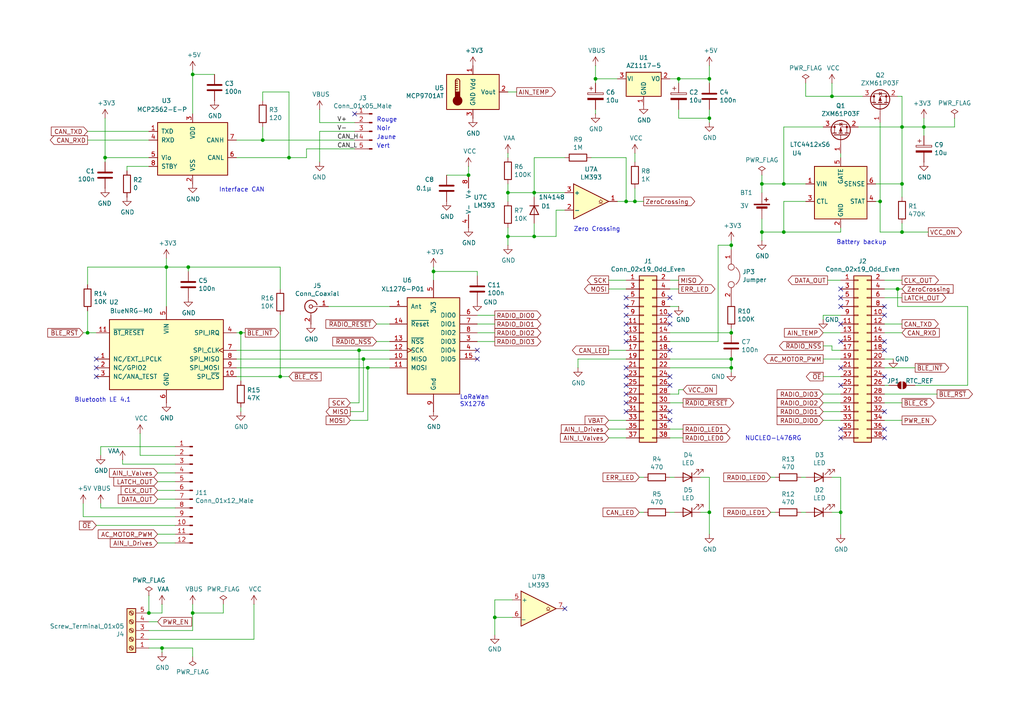
<source format=kicad_sch>
(kicad_sch
	(version 20231120)
	(generator "eeschema")
	(generator_version "8.0")
	(uuid "afa7f71a-e41e-4af9-b0a1-9b880975282b")
	(paper "A4")
	
	(junction
		(at 261.62 67.31)
		(diameter 0)
		(color 0 0 0 0)
		(uuid "00805a30-68a8-46c9-b828-bc207d8bddb1")
	)
	(junction
		(at 25.4 96.52)
		(diameter 0)
		(color 0 0 0 0)
		(uuid "0ea31840-ea30-4d16-b2c7-6b4c260e714e")
	)
	(junction
		(at 46.99 187.96)
		(diameter 0)
		(color 0 0 0 0)
		(uuid "1454826f-53fd-4597-9562-b07ace32aa44")
	)
	(junction
		(at 267.97 36.83)
		(diameter 0)
		(color 0 0 0 0)
		(uuid "146a721c-6ff9-4464-a672-204c6d89792d")
	)
	(junction
		(at 220.98 53.34)
		(diameter 0)
		(color 0 0 0 0)
		(uuid "162bd54c-3ecc-46eb-b9fa-904dceff202f")
	)
	(junction
		(at 104.14 101.6)
		(diameter 0)
		(color 0 0 0 0)
		(uuid "184038b0-df5c-4889-83ae-a0fb058a50d0")
	)
	(junction
		(at 184.15 58.42)
		(diameter 0)
		(color 0 0 0 0)
		(uuid "19c29a52-d33e-488d-ac96-adb6de54ca99")
	)
	(junction
		(at 125.73 78.74)
		(diameter 0)
		(color 0 0 0 0)
		(uuid "1a35961c-4781-49f8-a89d-4a0ba19cf7f0")
	)
	(junction
		(at 260.35 83.82)
		(diameter 0)
		(color 0 0 0 0)
		(uuid "1b875b98-ebf8-4df1-89a3-748367cbd151")
	)
	(junction
		(at 241.3 27.94)
		(diameter 0)
		(color 0 0 0 0)
		(uuid "1cb20025-1852-4036-b2cb-074271461598")
	)
	(junction
		(at 81.28 109.22)
		(diameter 0)
		(color 0 0 0 0)
		(uuid "22493b8b-bbb1-479a-81e5-5817f54b097d")
	)
	(junction
		(at 135.89 50.8)
		(diameter 0)
		(color 0 0 0 0)
		(uuid "236b289c-11fe-4c3b-ab9d-190e7c7e2571")
	)
	(junction
		(at 212.09 104.14)
		(diameter 0)
		(color 0 0 0 0)
		(uuid "2d96272b-2ea3-452c-a991-830125e81976")
	)
	(junction
		(at 212.09 96.52)
		(diameter 0)
		(color 0 0 0 0)
		(uuid "38c3126d-c772-41d0-ba21-40c7acde2844")
	)
	(junction
		(at 261.62 53.34)
		(diameter 0)
		(color 0 0 0 0)
		(uuid "3c2e26c4-80c5-4689-8516-8d14ba8ece57")
	)
	(junction
		(at 147.32 55.88)
		(diameter 0)
		(color 0 0 0 0)
		(uuid "3f149ced-a05c-4fb0-9bb2-80c9864df8b2")
	)
	(junction
		(at 154.94 68.58)
		(diameter 0)
		(color 0 0 0 0)
		(uuid "4d39a4d0-7d79-4ad7-8131-bd9162cacaf3")
	)
	(junction
		(at 43.18 177.8)
		(diameter 0)
		(color 0 0 0 0)
		(uuid "595e4e12-05bd-4d8a-ae21-7bfd18f56d1a")
	)
	(junction
		(at 55.88 177.8)
		(diameter 0)
		(color 0 0 0 0)
		(uuid "5bd7eb9a-9843-45ad-b7c1-87735696f1e7")
	)
	(junction
		(at 196.85 22.86)
		(diameter 0)
		(color 0 0 0 0)
		(uuid "6dc0336b-e8eb-4129-90b8-70238a26bbf1")
	)
	(junction
		(at 105.41 104.14)
		(diameter 0)
		(color 0 0 0 0)
		(uuid "72ab5eaa-18f0-42e3-91ad-e15fabc7ac17")
	)
	(junction
		(at 106.68 106.68)
		(diameter 0)
		(color 0 0 0 0)
		(uuid "76edd372-6aee-4ff5-bf0b-e78c926eda17")
	)
	(junction
		(at 69.85 96.52)
		(diameter 0)
		(color 0 0 0 0)
		(uuid "79e13260-6626-49b5-a611-3e5375e98eb5")
	)
	(junction
		(at 143.51 179.07)
		(diameter 0)
		(color 0 0 0 0)
		(uuid "8d51b1dc-78bc-4338-979a-4ded846a5e40")
	)
	(junction
		(at 205.74 22.86)
		(diameter 0)
		(color 0 0 0 0)
		(uuid "936bd78d-3a39-48f1-a43c-d4c14e3434df")
	)
	(junction
		(at 55.88 21.59)
		(diameter 0)
		(color 0 0 0 0)
		(uuid "98290f43-9af9-4c07-8a68-1cf11186610a")
	)
	(junction
		(at 261.62 36.83)
		(diameter 0)
		(color 0 0 0 0)
		(uuid "9d390a94-4f33-440e-9073-564367001eb1")
	)
	(junction
		(at 48.26 77.47)
		(diameter 0)
		(color 0 0 0 0)
		(uuid "a51dbd50-85f5-4bf5-b426-dd5fb369e9a5")
	)
	(junction
		(at 154.94 55.88)
		(diameter 0)
		(color 0 0 0 0)
		(uuid "aedc0794-7a4c-497b-9f46-d7da05e688a8")
	)
	(junction
		(at 172.72 22.86)
		(diameter 0)
		(color 0 0 0 0)
		(uuid "b0d419df-1fb9-471c-ac45-99781febebaa")
	)
	(junction
		(at 30.48 45.72)
		(diameter 0)
		(color 0 0 0 0)
		(uuid "b755ed7a-3c97-4744-bcbe-f6c2ebaf56af")
	)
	(junction
		(at 205.74 34.29)
		(diameter 0)
		(color 0 0 0 0)
		(uuid "b7d518cd-75f9-48ec-95a3-15b35a1c8723")
	)
	(junction
		(at 147.32 68.58)
		(diameter 0)
		(color 0 0 0 0)
		(uuid "c5b11e0c-be5d-4e1e-ae60-cb916ffa0bd1")
	)
	(junction
		(at 227.33 53.34)
		(diameter 0)
		(color 0 0 0 0)
		(uuid "c7061966-1679-43fe-baec-188870442c48")
	)
	(junction
		(at 54.61 77.47)
		(diameter 0)
		(color 0 0 0 0)
		(uuid "c8cca9a5-76ce-4f22-9766-44727a41aa67")
	)
	(junction
		(at 83.82 45.72)
		(diameter 0)
		(color 0 0 0 0)
		(uuid "cbf2678c-6d29-46a0-b11c-8cfb2e00b8d4")
	)
	(junction
		(at 76.2 40.64)
		(diameter 0)
		(color 0 0 0 0)
		(uuid "cc22a733-06c7-4a3e-8a3c-9afdc44918c5")
	)
	(junction
		(at 205.74 148.59)
		(diameter 0)
		(color 0 0 0 0)
		(uuid "cea0ab67-cdf9-41c7-8fc2-61386a3a8973")
	)
	(junction
		(at 212.09 106.68)
		(diameter 0)
		(color 0 0 0 0)
		(uuid "cfb5ae53-692d-4f32-9978-7bb4af058128")
	)
	(junction
		(at 181.61 58.42)
		(diameter 0)
		(color 0 0 0 0)
		(uuid "d3112c39-76b1-414d-9213-2fba749491af")
	)
	(junction
		(at 212.09 71.12)
		(diameter 0)
		(color 0 0 0 0)
		(uuid "da7193c0-d529-44ba-b206-8c7d1f22f330")
	)
	(junction
		(at 220.98 67.31)
		(diameter 0)
		(color 0 0 0 0)
		(uuid "e5235d47-6335-4a44-96eb-57c8ffb148d6")
	)
	(junction
		(at 227.33 67.31)
		(diameter 0)
		(color 0 0 0 0)
		(uuid "e71f5535-54e4-4307-b060-861c1313de1d")
	)
	(junction
		(at 243.84 148.59)
		(diameter 0)
		(color 0 0 0 0)
		(uuid "ea33fc8c-a4fa-4f2c-af7c-2a5f82f8dca0")
	)
	(junction
		(at 255.27 58.42)
		(diameter 0)
		(color 0 0 0 0)
		(uuid "f9a5c4e6-6625-4310-be42-38a7e4fa6bf5")
	)
	(no_connect
		(at 181.61 91.44)
		(uuid "0175bcab-5da4-4625-ab18-d41d65e506a5")
	)
	(no_connect
		(at 181.61 99.06)
		(uuid "040a5bf9-f9b0-4d97-a65e-bdfe99a5a016")
	)
	(no_connect
		(at 243.84 86.36)
		(uuid "08bc99a4-ae22-446a-99a2-7bea40640285")
	)
	(no_connect
		(at 256.54 127)
		(uuid "13c6fbfb-aeff-44f2-ad02-09f73f7b6c51")
	)
	(no_connect
		(at 194.31 93.98)
		(uuid "14f8988a-abbc-45a1-aaf2-f950c8e60502")
	)
	(no_connect
		(at 27.94 104.14)
		(uuid "1580a396-dd2b-4fa6-b54f-1e7f7f4c6552")
	)
	(no_connect
		(at 181.61 96.52)
		(uuid "1d8f1b6d-dd71-43b4-bd7e-9fafca8fe5c3")
	)
	(no_connect
		(at 138.43 101.6)
		(uuid "1e85cee0-9122-42d3-a7de-a54936229d52")
	)
	(no_connect
		(at 27.94 109.22)
		(uuid "35daaf67-f092-4555-a9d4-a852a4523bcb")
	)
	(no_connect
		(at 163.83 176.53)
		(uuid "4bc79a2e-b87e-4368-b332-9cbc53af2ab8")
	)
	(no_connect
		(at 256.54 119.38)
		(uuid "4bfb3f25-cf8c-4541-add9-b9b0504e09bb")
	)
	(no_connect
		(at 181.61 109.22)
		(uuid "51d1143f-58ff-4278-8ba9-62f052115b26")
	)
	(no_connect
		(at 256.54 124.46)
		(uuid "558ae9c8-49fb-44dc-93be-05171b8c08a1")
	)
	(no_connect
		(at 27.94 106.68)
		(uuid "6357091a-552a-4abf-abd8-2445bc4d67b1")
	)
	(no_connect
		(at 256.54 99.06)
		(uuid "66b95afe-3fe1-4803-81f0-87b53e0026e2")
	)
	(no_connect
		(at 181.61 106.68)
		(uuid "67073e2b-8116-42a7-81e6-348475d68695")
	)
	(no_connect
		(at 256.54 109.22)
		(uuid "755eb1e4-4da5-4e6e-843a-61439250e1c8")
	)
	(no_connect
		(at 243.84 127)
		(uuid "7d790d4b-fa33-4462-84a1-334be0574501")
	)
	(no_connect
		(at 102.87 33.02)
		(uuid "8e4741b7-2c93-40f8-9003-d326f4f8e63b")
	)
	(no_connect
		(at 181.61 119.38)
		(uuid "8fee1214-6858-46b5-ad54-c18b6255c3dc")
	)
	(no_connect
		(at 243.84 106.68)
		(uuid "91af787f-e8db-4161-bfca-67d2fa586ede")
	)
	(no_connect
		(at 243.84 99.06)
		(uuid "9a5b0505-52ff-4222-9fbc-9100d408e2c4")
	)
	(no_connect
		(at 194.31 121.92)
		(uuid "9f0046b2-3ba2-428e-8c3e-78f8a9af31c7")
	)
	(no_connect
		(at 194.31 101.6)
		(uuid "a46955a0-c98b-4e1c-8392-a5f1e754d952")
	)
	(no_connect
		(at 181.61 93.98)
		(uuid "a80739c6-9311-4f6b-9519-b25fb5fbc3dd")
	)
	(no_connect
		(at 181.61 88.9)
		(uuid "aaeb2822-06ff-4551-a5b6-9284aa7f34aa")
	)
	(no_connect
		(at 194.31 91.44)
		(uuid "abe5da31-39c3-4ad0-a023-77007fe400ad")
	)
	(no_connect
		(at 181.61 114.3)
		(uuid "b19869ea-2a15-4317-b70a-d72b2860b0fe")
	)
	(no_connect
		(at 243.84 93.98)
		(uuid "b1f55b92-6a40-4a8c-ab57-7ea9323adbe0")
	)
	(no_connect
		(at 181.61 86.36)
		(uuid "b37203a6-c005-4cad-b1fe-0af2d1c1ba38")
	)
	(no_connect
		(at 256.54 91.44)
		(uuid "b5f44384-6876-429a-a8bc-62780f3fb1de")
	)
	(no_connect
		(at 256.54 101.6)
		(uuid "ba87c807-1a0e-4791-860c-ee69f190a838")
	)
	(no_connect
		(at 243.84 88.9)
		(uuid "baf48ac2-11c6-4f6a-afb6-52c9b2abf485")
	)
	(no_connect
		(at 194.31 119.38)
		(uuid "c5d41eb1-1994-42d5-8453-e598f451acf6")
	)
	(no_connect
		(at 243.84 111.76)
		(uuid "cb689f9c-4d42-4ed2-b7ab-6478540fb933")
	)
	(no_connect
		(at 194.31 86.36)
		(uuid "d261858b-3d1c-4f48-8649-93760b433b10")
	)
	(no_connect
		(at 181.61 111.76)
		(uuid "d43ea245-1627-466c-b5e1-ae6c3372aeda")
	)
	(no_connect
		(at 243.84 83.82)
		(uuid "e4ed21a7-51b3-4b0b-8643-aee69f8ae1b8")
	)
	(no_connect
		(at 138.43 104.14)
		(uuid "e98b8b52-ee5d-42d7-8aa2-16b9fe44f0d0")
	)
	(no_connect
		(at 256.54 88.9)
		(uuid "ed1eaa34-0a7c-4004-bacc-d6bca61b8dbc")
	)
	(no_connect
		(at 194.31 109.22)
		(uuid "ed312f31-4242-4873-80c8-b36e667e7449")
	)
	(no_connect
		(at 243.84 124.46)
		(uuid "ee95f9d8-59b5-43a8-b2d7-7211f87cfad0")
	)
	(no_connect
		(at 194.31 111.76)
		(uuid "f0019760-0830-4a51-a21c-4c89835bfedc")
	)
	(no_connect
		(at 181.61 116.84)
		(uuid "fab84524-68f6-45de-9181-a0e6a54bf1a2")
	)
	(wire
		(pts
			(xy 176.53 83.82) (xy 181.61 83.82)
		)
		(stroke
			(width 0)
			(type default)
		)
		(uuid "01367774-4d91-4205-a5ef-f38c6ae7934a")
	)
	(wire
		(pts
			(xy 36.83 48.26) (xy 43.18 48.26)
		)
		(stroke
			(width 0)
			(type default)
		)
		(uuid "01b7fc60-606e-4c94-8f83-ffd1821bcace")
	)
	(wire
		(pts
			(xy 125.73 78.74) (xy 125.73 81.28)
		)
		(stroke
			(width 0)
			(type default)
		)
		(uuid "028ab642-674c-4597-8e29-115d20123b7c")
	)
	(wire
		(pts
			(xy 205.74 34.29) (xy 205.74 35.56)
		)
		(stroke
			(width 0)
			(type default)
		)
		(uuid "03c994c5-77ae-4a16-bd1e-e75382a9c229")
	)
	(wire
		(pts
			(xy 227.33 67.31) (xy 220.98 67.31)
		)
		(stroke
			(width 0)
			(type default)
		)
		(uuid "05f75a30-69e3-4057-85bf-5b58b915f7aa")
	)
	(wire
		(pts
			(xy 212.09 72.39) (xy 212.09 71.12)
		)
		(stroke
			(width 0)
			(type default)
		)
		(uuid "065c8966-b959-4d0f-a6c6-634042166334")
	)
	(wire
		(pts
			(xy 104.14 101.6) (xy 113.03 101.6)
		)
		(stroke
			(width 0)
			(type default)
		)
		(uuid "09837489-5cfc-4568-943b-712af3ee2f8f")
	)
	(wire
		(pts
			(xy 154.94 55.88) (xy 163.83 55.88)
		)
		(stroke
			(width 0)
			(type default)
		)
		(uuid "0bfe9940-36f6-461f-adcc-728f436976bb")
	)
	(wire
		(pts
			(xy 43.18 187.96) (xy 46.99 187.96)
		)
		(stroke
			(width 0)
			(type default)
		)
		(uuid "0cc6bdcb-877b-4c30-b102-ff9afd2429b7")
	)
	(wire
		(pts
			(xy 205.74 34.29) (xy 205.74 31.75)
		)
		(stroke
			(width 0)
			(type default)
		)
		(uuid "0e07fa08-1550-41cf-ad9e-5fa098f2491e")
	)
	(wire
		(pts
			(xy 256.54 114.3) (xy 271.78 114.3)
		)
		(stroke
			(width 0)
			(type default)
		)
		(uuid "0e624201-8a5c-4582-b87f-9f4329f18f86")
	)
	(wire
		(pts
			(xy 45.72 137.16) (xy 50.8 137.16)
		)
		(stroke
			(width 0)
			(type default)
		)
		(uuid "1319b20f-4b86-45b9-baa8-af0257594859")
	)
	(wire
		(pts
			(xy 81.28 91.44) (xy 81.28 109.22)
		)
		(stroke
			(width 0)
			(type default)
		)
		(uuid "145c9a93-7e37-479e-a53f-b0f579a0cc4f")
	)
	(wire
		(pts
			(xy 254 58.42) (xy 255.27 58.42)
		)
		(stroke
			(width 0)
			(type default)
		)
		(uuid "16b7cef7-b748-42f7-8077-91e4b38911ed")
	)
	(wire
		(pts
			(xy 29.21 129.54) (xy 50.8 129.54)
		)
		(stroke
			(width 0)
			(type default)
		)
		(uuid "17716501-be61-4046-aac3-2bda80536d16")
	)
	(wire
		(pts
			(xy 261.62 83.82) (xy 260.35 83.82)
		)
		(stroke
			(width 0)
			(type default)
		)
		(uuid "18004e15-f4bb-4f49-8a0e-95a235e43ffa")
	)
	(wire
		(pts
			(xy 76.2 26.67) (xy 83.82 26.67)
		)
		(stroke
			(width 0)
			(type default)
		)
		(uuid "1810928b-f9b2-4294-8d8c-16daa61df828")
	)
	(wire
		(pts
			(xy 194.31 138.43) (xy 195.58 138.43)
		)
		(stroke
			(width 0)
			(type default)
		)
		(uuid "1aed665f-b002-47a5-8ad3-4d5c798e0af8")
	)
	(wire
		(pts
			(xy 267.97 36.83) (xy 267.97 39.37)
		)
		(stroke
			(width 0)
			(type default)
		)
		(uuid "1d9db9fe-f612-4778-86e0-3dcace0de366")
	)
	(wire
		(pts
			(xy 194.31 106.68) (xy 212.09 106.68)
		)
		(stroke
			(width 0)
			(type default)
		)
		(uuid "22b1764b-7646-47df-b2ee-b8351ebd8f6e")
	)
	(wire
		(pts
			(xy 25.4 90.17) (xy 25.4 96.52)
		)
		(stroke
			(width 0)
			(type default)
		)
		(uuid "235c0a04-a6de-4f57-bc85-aa491c1e490a")
	)
	(wire
		(pts
			(xy 68.58 106.68) (xy 106.68 106.68)
		)
		(stroke
			(width 0)
			(type default)
		)
		(uuid "23f68b90-8493-427a-84be-47ad807ae9d1")
	)
	(wire
		(pts
			(xy 83.82 26.67) (xy 83.82 45.72)
		)
		(stroke
			(width 0)
			(type default)
		)
		(uuid "24ede1a6-c8c7-4eee-9b98-04f0b71a6047")
	)
	(wire
		(pts
			(xy 256.54 83.82) (xy 260.35 83.82)
		)
		(stroke
			(width 0)
			(type default)
		)
		(uuid "252ee702-3938-47d9-9c90-83d15df84815")
	)
	(wire
		(pts
			(xy 261.62 67.31) (xy 261.62 64.77)
		)
		(stroke
			(width 0)
			(type default)
		)
		(uuid "280147d8-5289-41b4-97a3-eaf98411ccdb")
	)
	(wire
		(pts
			(xy 261.62 27.94) (xy 261.62 36.83)
		)
		(stroke
			(width 0)
			(type default)
		)
		(uuid "28936558-315a-48cb-bba6-cfcfaaf81549")
	)
	(wire
		(pts
			(xy 171.45 45.72) (xy 181.61 45.72)
		)
		(stroke
			(width 0)
			(type default)
		)
		(uuid "28dc9974-57ab-4986-a320-0076de845408")
	)
	(wire
		(pts
			(xy 256.54 116.84) (xy 261.62 116.84)
		)
		(stroke
			(width 0)
			(type default)
		)
		(uuid "28fd7ca3-dbe4-46f8-9c62-817c0bf5bb63")
	)
	(wire
		(pts
			(xy 138.43 78.74) (xy 138.43 80.01)
		)
		(stroke
			(width 0)
			(type default)
		)
		(uuid "2ae10a9c-5b4a-4569-90d5-e8480bb5a89c")
	)
	(wire
		(pts
			(xy 261.62 96.52) (xy 256.54 96.52)
		)
		(stroke
			(width 0)
			(type default)
		)
		(uuid "2b52636a-af65-4951-acd1-f2e38249f52f")
	)
	(wire
		(pts
			(xy 68.58 101.6) (xy 104.14 101.6)
		)
		(stroke
			(width 0)
			(type default)
		)
		(uuid "2b8cbb22-363d-400e-bdd5-8581776a75a0")
	)
	(wire
		(pts
			(xy 105.41 119.38) (xy 105.41 104.14)
		)
		(stroke
			(width 0)
			(type default)
		)
		(uuid "2bf82a2b-0f12-4286-be94-53441be7ed92")
	)
	(wire
		(pts
			(xy 233.68 27.94) (xy 241.3 27.94)
		)
		(stroke
			(width 0)
			(type default)
		)
		(uuid "2e1b9ec4-c08c-4525-b2b1-dbc3daafae27")
	)
	(wire
		(pts
			(xy 179.07 22.86) (xy 172.72 22.86)
		)
		(stroke
			(width 0)
			(type default)
		)
		(uuid "2e94cf6b-e803-40d5-9be6-27c51d9d18c7")
	)
	(wire
		(pts
			(xy 43.18 180.34) (xy 45.72 180.34)
		)
		(stroke
			(width 0)
			(type default)
		)
		(uuid "2eb389fe-1994-4991-99c0-954936303ded")
	)
	(wire
		(pts
			(xy 143.51 96.52) (xy 138.43 96.52)
		)
		(stroke
			(width 0)
			(type default)
		)
		(uuid "2f744fb1-efed-4edb-bede-63a80edc45cf")
	)
	(wire
		(pts
			(xy 43.18 172.72) (xy 43.18 177.8)
		)
		(stroke
			(width 0)
			(type default)
		)
		(uuid "312f56ef-ce61-4693-8257-58e907872eeb")
	)
	(wire
		(pts
			(xy 46.99 177.8) (xy 46.99 175.26)
		)
		(stroke
			(width 0)
			(type default)
		)
		(uuid "31c22da1-47f3-4de3-928b-daaa44c4cd5d")
	)
	(wire
		(pts
			(xy 255.27 35.56) (xy 255.27 58.42)
		)
		(stroke
			(width 0)
			(type default)
		)
		(uuid "32d0234e-3ede-4195-977d-2288f9355c77")
	)
	(wire
		(pts
			(xy 194.31 104.14) (xy 212.09 104.14)
		)
		(stroke
			(width 0)
			(type default)
		)
		(uuid "33a34034-803b-4da0-b887-ad30efeb333c")
	)
	(wire
		(pts
			(xy 45.72 154.94) (xy 50.8 154.94)
		)
		(stroke
			(width 0)
			(type default)
		)
		(uuid "35d422a9-f13f-4c1b-b882-98b4b9ef8f1b")
	)
	(wire
		(pts
			(xy 147.32 55.88) (xy 154.94 55.88)
		)
		(stroke
			(width 0)
			(type default)
		)
		(uuid "36f8f4ae-2990-4c78-9e3a-9edcc25147bd")
	)
	(wire
		(pts
			(xy 184.15 58.42) (xy 186.69 58.42)
		)
		(stroke
			(width 0)
			(type default)
		)
		(uuid "387fd227-b708-4490-a3a9-c59d482b30f9")
	)
	(wire
		(pts
			(xy 196.85 22.86) (xy 196.85 24.13)
		)
		(stroke
			(width 0)
			(type default)
		)
		(uuid "39e3a016-c6ac-4792-8351-bcedfc0a56a2")
	)
	(wire
		(pts
			(xy 35.56 134.62) (xy 50.8 134.62)
		)
		(stroke
			(width 0)
			(type default)
		)
		(uuid "3a0073ce-484a-49ff-a103-c7c5a2baff03")
	)
	(wire
		(pts
			(xy 45.72 139.7) (xy 50.8 139.7)
		)
		(stroke
			(width 0)
			(type default)
		)
		(uuid "3a1f3f47-4d24-4769-8eef-437a70b1d220")
	)
	(wire
		(pts
			(xy 101.6 116.84) (xy 104.14 116.84)
		)
		(stroke
			(width 0)
			(type default)
		)
		(uuid "3a358682-d7de-43fc-ba2b-ffe9625c3014")
	)
	(wire
		(pts
			(xy 238.76 91.44) (xy 243.84 91.44)
		)
		(stroke
			(width 0)
			(type default)
		)
		(uuid "3af9efff-04bd-402e-9450-e57b6cd1db49")
	)
	(wire
		(pts
			(xy 68.58 40.64) (xy 76.2 40.64)
		)
		(stroke
			(width 0)
			(type default)
		)
		(uuid "3b142228-24a6-402c-bfdf-8e810348e05d")
	)
	(wire
		(pts
			(xy 260.35 88.9) (xy 260.35 83.82)
		)
		(stroke
			(width 0)
			(type default)
		)
		(uuid "3b702576-fbc6-45a2-a835-0ccf0ef4a632")
	)
	(wire
		(pts
			(xy 223.52 138.43) (xy 224.79 138.43)
		)
		(stroke
			(width 0)
			(type default)
		)
		(uuid "3d351b39-6cc3-49a8-8a06-608c5f6ce723")
	)
	(wire
		(pts
			(xy 135.89 48.26) (xy 135.89 50.8)
		)
		(stroke
			(width 0)
			(type default)
		)
		(uuid "3de397a9-73b2-449b-a14d-17bcc4ac5180")
	)
	(wire
		(pts
			(xy 101.6 119.38) (xy 105.41 119.38)
		)
		(stroke
			(width 0)
			(type default)
		)
		(uuid "3f905003-8080-46f7-9980-88e0ab8e12f8")
	)
	(wire
		(pts
			(xy 76.2 40.64) (xy 102.87 40.64)
		)
		(stroke
			(width 0)
			(type default)
		)
		(uuid "40403515-1025-4b3d-8022-817355afe65b")
	)
	(wire
		(pts
			(xy 147.32 26.67) (xy 149.86 26.67)
		)
		(stroke
			(width 0)
			(type default)
		)
		(uuid "418b0352-07af-420a-811c-c7ac5b045adb")
	)
	(wire
		(pts
			(xy 238.76 116.84) (xy 243.84 116.84)
		)
		(stroke
			(width 0)
			(type default)
		)
		(uuid "43e38d20-18fd-4cb3-a2ac-39e599ff37ed")
	)
	(wire
		(pts
			(xy 255.27 67.31) (xy 261.62 67.31)
		)
		(stroke
			(width 0)
			(type default)
		)
		(uuid "43ee9ba9-e235-4237-a936-cc75301f62bf")
	)
	(wire
		(pts
			(xy 179.07 58.42) (xy 181.61 58.42)
		)
		(stroke
			(width 0)
			(type default)
		)
		(uuid "443bf928-1438-4d83-aeb1-1d90f9d2c8fb")
	)
	(wire
		(pts
			(xy 185.42 148.59) (xy 186.69 148.59)
		)
		(stroke
			(width 0)
			(type default)
		)
		(uuid "44b663a9-3ea4-4f3a-80ff-8600a886f629")
	)
	(wire
		(pts
			(xy 194.31 114.3) (xy 196.85 114.3)
		)
		(stroke
			(width 0)
			(type default)
		)
		(uuid "467cade3-51f8-45b9-9689-0414f69e3d78")
	)
	(wire
		(pts
			(xy 25.4 40.64) (xy 43.18 40.64)
		)
		(stroke
			(width 0)
			(type default)
		)
		(uuid "49d4862a-2cad-48aa-b654-b9bd14f9c669")
	)
	(wire
		(pts
			(xy 68.58 96.52) (xy 69.85 96.52)
		)
		(stroke
			(width 0)
			(type default)
		)
		(uuid "4c1bc908-10c6-42c9-b911-c9842952041b")
	)
	(wire
		(pts
			(xy 147.32 53.34) (xy 147.32 55.88)
		)
		(stroke
			(width 0)
			(type default)
		)
		(uuid "4ceb2c6a-9d62-4b34-857a-1dc81025e51f")
	)
	(wire
		(pts
			(xy 196.85 31.75) (xy 196.85 34.29)
		)
		(stroke
			(width 0)
			(type default)
		)
		(uuid "4d7c6509-1075-4b96-bcc1-853f7be47cb6")
	)
	(wire
		(pts
			(xy 232.41 138.43) (xy 233.68 138.43)
		)
		(stroke
			(width 0)
			(type default)
		)
		(uuid "4e8fca53-91a6-4c08-a976-58390a514df6")
	)
	(wire
		(pts
			(xy 194.31 99.06) (xy 208.28 99.06)
		)
		(stroke
			(width 0)
			(type default)
		)
		(uuid "4e9cd2f8-6b65-4ae2-9737-eae4f8c4668f")
	)
	(wire
		(pts
			(xy 154.94 57.15) (xy 154.94 55.88)
		)
		(stroke
			(width 0)
			(type default)
		)
		(uuid "4eff82fe-cda4-4a83-8fea-249a70998369")
	)
	(wire
		(pts
			(xy 148.59 173.99) (xy 143.51 173.99)
		)
		(stroke
			(width 0)
			(type default)
		)
		(uuid "4fbb34bc-d6b3-4e85-883a-06694bd1eef8")
	)
	(wire
		(pts
			(xy 147.32 68.58) (xy 147.32 71.12)
		)
		(stroke
			(width 0)
			(type default)
		)
		(uuid "51bed616-3396-4d3c-94a8-44c9b5b27b29")
	)
	(wire
		(pts
			(xy 43.18 177.8) (xy 46.99 177.8)
		)
		(stroke
			(width 0)
			(type default)
		)
		(uuid "52bf4dd8-59bd-426f-98e5-684ac5f79797")
	)
	(wire
		(pts
			(xy 238.76 121.92) (xy 243.84 121.92)
		)
		(stroke
			(width 0)
			(type default)
		)
		(uuid "52da7244-023a-4a3b-a8c3-29525d455f75")
	)
	(wire
		(pts
			(xy 194.31 96.52) (xy 212.09 96.52)
		)
		(stroke
			(width 0)
			(type default)
		)
		(uuid "5329eb7b-3ace-4a15-b22c-fec73d032f3f")
	)
	(wire
		(pts
			(xy 238.76 109.22) (xy 243.84 109.22)
		)
		(stroke
			(width 0)
			(type default)
		)
		(uuid "53c237f4-7222-454e-85aa-e738fe58e839")
	)
	(wire
		(pts
			(xy 92.71 35.56) (xy 102.87 35.56)
		)
		(stroke
			(width 0)
			(type default)
		)
		(uuid "53ec3b85-1fa1-421a-9da1-9fe1094db3ab")
	)
	(wire
		(pts
			(xy 69.85 96.52) (xy 69.85 110.49)
		)
		(stroke
			(width 0)
			(type default)
		)
		(uuid "5404c2f0-b3f7-4dbb-a2eb-79398ae8e223")
	)
	(wire
		(pts
			(xy 267.97 36.83) (xy 276.86 36.83)
		)
		(stroke
			(width 0)
			(type default)
		)
		(uuid "54218467-ab16-4a36-b2fc-5edf25c8b60e")
	)
	(wire
		(pts
			(xy 46.99 187.96) (xy 46.99 189.23)
		)
		(stroke
			(width 0)
			(type default)
		)
		(uuid "54fdfb21-8efa-4a13-ad97-6235fe969ccd")
	)
	(wire
		(pts
			(xy 148.59 179.07) (xy 143.51 179.07)
		)
		(stroke
			(width 0)
			(type default)
		)
		(uuid "55718781-3fcf-4711-ab6e-e76525e57260")
	)
	(wire
		(pts
			(xy 261.62 36.83) (xy 267.97 36.83)
		)
		(stroke
			(width 0)
			(type default)
		)
		(uuid "55946079-6ab9-4433-bc4a-ed13a76fe163")
	)
	(wire
		(pts
			(xy 154.94 45.72) (xy 163.83 45.72)
		)
		(stroke
			(width 0)
			(type default)
		)
		(uuid "584c4006-0950-4ace-a742-4e4530acb00e")
	)
	(wire
		(pts
			(xy 30.48 45.72) (xy 30.48 46.99)
		)
		(stroke
			(width 0)
			(type default)
		)
		(uuid "592923d6-f3ff-470a-a917-762dc274abe0")
	)
	(wire
		(pts
			(xy 154.94 68.58) (xy 161.29 68.58)
		)
		(stroke
			(width 0)
			(type default)
		)
		(uuid "596faca9-3a05-458e-9cfe-5ab6b6383383")
	)
	(wire
		(pts
			(xy 45.72 157.48) (xy 50.8 157.48)
		)
		(stroke
			(width 0)
			(type default)
		)
		(uuid "59ba5f75-0ab2-48ed-bcc9-44c7d9e71238")
	)
	(wire
		(pts
			(xy 147.32 44.45) (xy 147.32 45.72)
		)
		(stroke
			(width 0)
			(type default)
		)
		(uuid "5b9cd5ef-95ac-43a7-89de-ccfaaa08051b")
	)
	(wire
		(pts
			(xy 176.53 121.92) (xy 181.61 121.92)
		)
		(stroke
			(width 0)
			(type default)
		)
		(uuid "5bf7b6fc-f2c0-4fc5-986d-bdc625966740")
	)
	(wire
		(pts
			(xy 243.84 66.04) (xy 243.84 67.31)
		)
		(stroke
			(width 0)
			(type default)
		)
		(uuid "5eb1f5d4-b615-47d6-8ebb-83e5ca462432")
	)
	(wire
		(pts
			(xy 154.94 68.58) (xy 154.94 64.77)
		)
		(stroke
			(width 0)
			(type default)
		)
		(uuid "5eef72ef-2f5b-4d6e-9547-e11268288fa3")
	)
	(wire
		(pts
			(xy 30.48 34.29) (xy 30.48 45.72)
		)
		(stroke
			(width 0)
			(type default)
		)
		(uuid "5f58ac57-6c01-44d2-9c0e-93538d818b44")
	)
	(wire
		(pts
			(xy 147.32 68.58) (xy 154.94 68.58)
		)
		(stroke
			(width 0)
			(type default)
		)
		(uuid "60e7ed56-a92d-409e-8f48-b9dd5a9caaa3")
	)
	(wire
		(pts
			(xy 68.58 45.72) (xy 83.82 45.72)
		)
		(stroke
			(width 0)
			(type default)
		)
		(uuid "625bf1f9-8c93-4a9a-8a59-202e6b81bf8a")
	)
	(wire
		(pts
			(xy 184.15 58.42) (xy 184.15 54.61)
		)
		(stroke
			(width 0)
			(type default)
		)
		(uuid "63108227-d134-4a09-8dfb-c3f5965233cc")
	)
	(wire
		(pts
			(xy 220.98 63.5) (xy 220.98 67.31)
		)
		(stroke
			(width 0)
			(type default)
		)
		(uuid "6310d5c2-a41a-40ea-8855-d08fdc523e43")
	)
	(wire
		(pts
			(xy 143.51 173.99) (xy 143.51 179.07)
		)
		(stroke
			(width 0)
			(type default)
		)
		(uuid "6419ddf2-3283-4a1c-980a-715f4b7676c4")
	)
	(wire
		(pts
			(xy 48.26 77.47) (xy 48.26 74.93)
		)
		(stroke
			(width 0)
			(type default)
		)
		(uuid "66d16a1e-8fc1-45aa-b3fb-85447f96bf42")
	)
	(wire
		(pts
			(xy 125.73 78.74) (xy 138.43 78.74)
		)
		(stroke
			(width 0)
			(type default)
		)
		(uuid "67a2e02f-37e7-4f27-b849-6adaa425b875")
	)
	(wire
		(pts
			(xy 194.31 124.46) (xy 198.12 124.46)
		)
		(stroke
			(width 0)
			(type default)
		)
		(uuid "6862f597-c6d0-4724-b658-be514111f59e")
	)
	(wire
		(pts
			(xy 45.72 144.78) (xy 50.8 144.78)
		)
		(stroke
			(width 0)
			(type default)
		)
		(uuid "68c2f85a-88e2-4088-989a-3cb5a15dcf94")
	)
	(wire
		(pts
			(xy 248.92 36.83) (xy 261.62 36.83)
		)
		(stroke
			(width 0)
			(type default)
		)
		(uuid "69085a60-ab1b-4c4f-8724-e596313a9542")
	)
	(wire
		(pts
			(xy 55.88 182.88) (xy 55.88 177.8)
		)
		(stroke
			(width 0)
			(type default)
		)
		(uuid "69865751-cf65-402b-8f23-d5b73873ca9b")
	)
	(wire
		(pts
			(xy 102.87 38.1) (xy 92.71 38.1)
		)
		(stroke
			(width 0)
			(type default)
		)
		(uuid "698cd626-16a9-4b5f-8d84-c0e3fae57d3b")
	)
	(wire
		(pts
			(xy 205.74 148.59) (xy 205.74 154.94)
		)
		(stroke
			(width 0)
			(type default)
		)
		(uuid "6bf9ba2e-3b01-4d30-928f-b62fac43e077")
	)
	(wire
		(pts
			(xy 106.68 106.68) (xy 113.03 106.68)
		)
		(stroke
			(width 0)
			(type default)
		)
		(uuid "6c5a28ec-94e1-4bee-846c-56c34e2f6e49")
	)
	(wire
		(pts
			(xy 238.76 114.3) (xy 243.84 114.3)
		)
		(stroke
			(width 0)
			(type default)
		)
		(uuid "6c5b521e-fcda-4d42-9cab-da850293758c")
	)
	(wire
		(pts
			(xy 101.6 121.92) (xy 106.68 121.92)
		)
		(stroke
			(width 0)
			(type default)
		)
		(uuid "6d773582-664d-476e-a790-fbae94b3b819")
	)
	(wire
		(pts
			(xy 254 53.34) (xy 261.62 53.34)
		)
		(stroke
			(width 0)
			(type default)
		)
		(uuid "6d9727ff-e867-4e5d-88c5-7ba7e00cfea1")
	)
	(wire
		(pts
			(xy 265.43 111.76) (xy 280.67 111.76)
		)
		(stroke
			(width 0)
			(type default)
		)
		(uuid "6db8b750-af3d-4023-b1cd-1f801047c124")
	)
	(wire
		(pts
			(xy 233.68 24.13) (xy 233.68 27.94)
		)
		(stroke
			(width 0)
			(type default)
		)
		(uuid "6ded7642-d25e-42aa-94e4-5754687db543")
	)
	(wire
		(pts
			(xy 36.83 49.53) (xy 36.83 48.26)
		)
		(stroke
			(width 0)
			(type default)
		)
		(uuid "6f04a5a2-a554-4ef9-bb1c-b151d3415c36")
	)
	(wire
		(pts
			(xy 227.33 36.83) (xy 227.33 53.34)
		)
		(stroke
			(width 0)
			(type default)
		)
		(uuid "6fdfd37d-d2b6-4f94-9e2c-a711e358804c")
	)
	(wire
		(pts
			(xy 196.85 34.29) (xy 205.74 34.29)
		)
		(stroke
			(width 0)
			(type default)
		)
		(uuid "70dd48df-cf1b-4fa3-aa28-cd050497ee9d")
	)
	(wire
		(pts
			(xy 30.48 45.72) (xy 43.18 45.72)
		)
		(stroke
			(width 0)
			(type default)
		)
		(uuid "722d40de-4d2a-4633-8167-d0bcaae28dbb")
	)
	(wire
		(pts
			(xy 25.4 82.55) (xy 25.4 77.47)
		)
		(stroke
			(width 0)
			(type default)
		)
		(uuid "72a53161-996b-4337-868e-1f65818cb9e3")
	)
	(wire
		(pts
			(xy 104.14 116.84) (xy 104.14 101.6)
		)
		(stroke
			(width 0)
			(type default)
		)
		(uuid "7316ea43-b880-4fe1-b2d6-d0c6de796de5")
	)
	(wire
		(pts
			(xy 255.27 58.42) (xy 255.27 67.31)
		)
		(stroke
			(width 0)
			(type default)
		)
		(uuid "734fcf80-87be-4742-851d-af47bb7bafb1")
	)
	(wire
		(pts
			(xy 238.76 104.14) (xy 243.84 104.14)
		)
		(stroke
			(width 0)
			(type default)
		)
		(uuid "735066bf-8cbc-4a3b-bbf5-62b4704f87e3")
	)
	(wire
		(pts
			(xy 113.03 99.06) (xy 109.22 99.06)
		)
		(stroke
			(width 0)
			(type default)
		)
		(uuid "7430c303-c9f5-4396-bc99-da6d179a87d4")
	)
	(wire
		(pts
			(xy 106.68 121.92) (xy 106.68 106.68)
		)
		(stroke
			(width 0)
			(type default)
		)
		(uuid "74d9f120-19ea-4783-9b91-9e2ea5d6854c")
	)
	(wire
		(pts
			(xy 243.84 148.59) (xy 241.3 148.59)
		)
		(stroke
			(width 0)
			(type default)
		)
		(uuid "77fd6d85-826e-4e51-8cbc-6aa58fb9773e")
	)
	(wire
		(pts
			(xy 35.56 133.35) (xy 35.56 134.62)
		)
		(stroke
			(width 0)
			(type default)
		)
		(uuid "78411501-ef3a-432f-bec1-e5d319938071")
	)
	(wire
		(pts
			(xy 223.52 148.59) (xy 224.79 148.59)
		)
		(stroke
			(width 0)
			(type default)
		)
		(uuid "7867e36f-9b06-4cec-a7cf-1d79deb9f290")
	)
	(wire
		(pts
			(xy 243.84 138.43) (xy 243.84 148.59)
		)
		(stroke
			(width 0)
			(type default)
		)
		(uuid "789cc32d-786a-4dd7-b75c-62bfd679aec8")
	)
	(wire
		(pts
			(xy 227.33 58.42) (xy 227.33 67.31)
		)
		(stroke
			(width 0)
			(type default)
		)
		(uuid "78e62acf-9660-4e41-9a73-7177908fc20c")
	)
	(wire
		(pts
			(xy 243.84 138.43) (xy 241.3 138.43)
		)
		(stroke
			(width 0)
			(type default)
		)
		(uuid "79009d52-6f6d-45fa-9c19-2274e75f1b38")
	)
	(wire
		(pts
			(xy 238.76 36.83) (xy 227.33 36.83)
		)
		(stroke
			(width 0)
			(type default)
		)
		(uuid "799af8fb-1009-40d3-9fec-ae487956e192")
	)
	(wire
		(pts
			(xy 55.88 187.96) (xy 46.99 187.96)
		)
		(stroke
			(width 0)
			(type default)
		)
		(uuid "79a6a05a-03bb-416f-af4d-f7a70fe8a276")
	)
	(wire
		(pts
			(xy 48.26 77.47) (xy 54.61 77.47)
		)
		(stroke
			(width 0)
			(type default)
		)
		(uuid "79bdef99-a0da-492c-942b-7161093b3c47")
	)
	(wire
		(pts
			(xy 29.21 146.05) (xy 29.21 147.32)
		)
		(stroke
			(width 0)
			(type default)
		)
		(uuid "79e2db50-d299-420b-89e4-9176dc9505dd")
	)
	(wire
		(pts
			(xy 43.18 185.42) (xy 73.66 185.42)
		)
		(stroke
			(width 0)
			(type default)
		)
		(uuid "7bfcfb52-93bd-444e-89ba-1b17bc1e5877")
	)
	(wire
		(pts
			(xy 232.41 148.59) (xy 233.68 148.59)
		)
		(stroke
			(width 0)
			(type default)
		)
		(uuid "7c3f36ca-4b6c-40a3-a531-3876337e3557")
	)
	(wire
		(pts
			(xy 154.94 55.88) (xy 154.94 45.72)
		)
		(stroke
			(width 0)
			(type default)
		)
		(uuid "7e9b439e-27bc-4b11-a69e-31ca264c1e9e")
	)
	(wire
		(pts
			(xy 205.74 19.05) (xy 205.74 22.86)
		)
		(stroke
			(width 0)
			(type default)
		)
		(uuid "8085ce33-c9bb-4f8b-82ba-d4e83733b9b9")
	)
	(wire
		(pts
			(xy 196.85 114.3) (xy 196.85 113.03)
		)
		(stroke
			(width 0)
			(type default)
		)
		(uuid "8108df1d-17f6-4ff6-9ce1-39b676dc0fd2")
	)
	(wire
		(pts
			(xy 212.09 104.14) (xy 212.09 106.68)
		)
		(stroke
			(width 0)
			(type default)
		)
		(uuid "8199bc10-f193-401d-898c-6c00fec232ea")
	)
	(wire
		(pts
			(xy 260.35 88.9) (xy 280.67 88.9)
		)
		(stroke
			(width 0)
			(type default)
		)
		(uuid "82b85f41-a298-4e6a-b03a-e1ed9827af10")
	)
	(wire
		(pts
			(xy 241.3 100.33) (xy 241.3 101.6)
		)
		(stroke
			(width 0)
			(type default)
		)
		(uuid "82e8d281-4bf3-4fed-8115-6bb54f311100")
	)
	(wire
		(pts
			(xy 194.31 83.82) (xy 196.85 83.82)
		)
		(stroke
			(width 0)
			(type default)
		)
		(uuid "83fd5f78-ddce-45c0-aa77-21a0addcef5c")
	)
	(wire
		(pts
			(xy 143.51 91.44) (xy 138.43 91.44)
		)
		(stroke
			(width 0)
			(type default)
		)
		(uuid "86b04cf5-1a1d-4e75-a0d5-34d013475134")
	)
	(wire
		(pts
			(xy 256.54 81.28) (xy 261.62 81.28)
		)
		(stroke
			(width 0)
			(type default)
		)
		(uuid "8881dc5d-e452-47ea-8c3a-a2ad48a3441e")
	)
	(wire
		(pts
			(xy 261.62 67.31) (xy 269.24 67.31)
		)
		(stroke
			(width 0)
			(type default)
		)
		(uuid "893a8880-cf71-4cd2-bb4e-ca964e930904")
	)
	(wire
		(pts
			(xy 208.28 71.12) (xy 212.09 71.12)
		)
		(stroke
			(width 0)
			(type default)
		)
		(uuid "894bc5ee-b660-4dae-bfbe-8521392c06a3")
	)
	(wire
		(pts
			(xy 220.98 53.34) (xy 227.33 53.34)
		)
		(stroke
			(width 0)
			(type default)
		)
		(uuid "89bbc8e6-aeb8-46a6-9b5c-4b5027325aed")
	)
	(wire
		(pts
			(xy 163.83 60.96) (xy 161.29 60.96)
		)
		(stroke
			(width 0)
			(type default)
		)
		(uuid "89e19cc6-e462-4630-800d-637cf34d24bc")
	)
	(wire
		(pts
			(xy 220.98 50.8) (xy 220.98 53.34)
		)
		(stroke
			(width 0)
			(type default)
		)
		(uuid "8c8d06a9-b14a-4a54-87a1-85f32ec7ad7f")
	)
	(wire
		(pts
			(xy 69.85 119.38) (xy 69.85 118.11)
		)
		(stroke
			(width 0)
			(type default)
		)
		(uuid "8cc90fc5-2fb5-470a-9c31-2fa628205a48")
	)
	(wire
		(pts
			(xy 81.28 109.22) (xy 83.82 109.22)
		)
		(stroke
			(width 0)
			(type default)
		)
		(uuid "8e0e619b-5349-41f1-aa2a-544df7413b7b")
	)
	(wire
		(pts
			(xy 125.73 77.47) (xy 125.73 78.74)
		)
		(stroke
			(width 0)
			(type default)
		)
		(uuid "8e2380e4-a36a-4fa5-9752-6cde38ab22df")
	)
	(wire
		(pts
			(xy 176.53 101.6) (xy 181.61 101.6)
		)
		(stroke
			(width 0)
			(type default)
		)
		(uuid "90cf0582-b493-40c2-a326-a1c193bf4ab7")
	)
	(wire
		(pts
			(xy 238.76 100.33) (xy 241.3 100.33)
		)
		(stroke
			(width 0)
			(type default)
		)
		(uuid "94ad12a0-0057-4346-8a88-baaa5161e7a1")
	)
	(wire
		(pts
			(xy 95.25 88.9) (xy 113.03 88.9)
		)
		(stroke
			(width 0)
			(type default)
		)
		(uuid "951a2e02-8548-4055-99fa-ea525c8acd80")
	)
	(wire
		(pts
			(xy 176.53 81.28) (xy 181.61 81.28)
		)
		(stroke
			(width 0)
			(type default)
		)
		(uuid "9683cc44-0115-499f-b998-21cba3636b81")
	)
	(wire
		(pts
			(xy 256.54 104.14) (xy 259.08 104.14)
		)
		(stroke
			(width 0)
			(type default)
		)
		(uuid "97f2b109-961a-4e14-9fb6-75441225b678")
	)
	(wire
		(pts
			(xy 129.54 50.8) (xy 135.89 50.8)
		)
		(stroke
			(width 0)
			(type default)
		)
		(uuid "986cd063-bbec-477e-82e2-08c96ce1553d")
	)
	(wire
		(pts
			(xy 241.3 27.94) (xy 250.19 27.94)
		)
		(stroke
			(width 0)
			(type default)
		)
		(uuid "99841db8-8dd7-48d8-9ddc-965b26f47b7e")
	)
	(wire
		(pts
			(xy 24.13 96.52) (xy 25.4 96.52)
		)
		(stroke
			(width 0)
			(type default)
		)
		(uuid "9cae309f-1c86-4d63-a582-4b6e040b29b5")
	)
	(wire
		(pts
			(xy 241.3 24.13) (xy 241.3 27.94)
		)
		(stroke
			(width 0)
			(type default)
		)
		(uuid "9f937638-902a-4315-8591-d5d92cc16711")
	)
	(wire
		(pts
			(xy 143.51 99.06) (xy 138.43 99.06)
		)
		(stroke
			(width 0)
			(type default)
		)
		(uuid "a0bf8086-b6f1-4522-93d2-af2ab1d685bf")
	)
	(wire
		(pts
			(xy 71.12 96.52) (xy 69.85 96.52)
		)
		(stroke
			(width 0)
			(type default)
		)
		(uuid "a0cd513a-b916-4667-ab6f-9bbcc3883e91")
	)
	(wire
		(pts
			(xy 194.31 127) (xy 198.12 127)
		)
		(stroke
			(width 0)
			(type default)
		)
		(uuid "a2067c1e-89d4-4033-81fb-45eb9cbbac59")
	)
	(wire
		(pts
			(xy 88.9 45.72) (xy 88.9 43.18)
		)
		(stroke
			(width 0)
			(type default)
		)
		(uuid "a3922cb3-16d7-429a-885d-e69dac1cb322")
	)
	(wire
		(pts
			(xy 194.31 148.59) (xy 195.58 148.59)
		)
		(stroke
			(width 0)
			(type default)
		)
		(uuid "a738e0ad-2a1a-4c30-aecd-ebfe70d66029")
	)
	(wire
		(pts
			(xy 64.77 177.8) (xy 55.88 177.8)
		)
		(stroke
			(width 0)
			(type default)
		)
		(uuid "a95bc428-b831-497c-bcaf-16958804df34")
	)
	(wire
		(pts
			(xy 194.31 22.86) (xy 196.85 22.86)
		)
		(stroke
			(width 0)
			(type default)
		)
		(uuid "a9c19010-f01c-4f40-871e-f6912e7cab12")
	)
	(wire
		(pts
			(xy 40.64 132.08) (xy 50.8 132.08)
		)
		(stroke
			(width 0)
			(type default)
		)
		(uuid "a9e5ebc9-14c3-4b3a-9560-0e030a487575")
	)
	(wire
		(pts
			(xy 76.2 29.21) (xy 76.2 26.67)
		)
		(stroke
			(width 0)
			(type default)
		)
		(uuid "aa74ca04-6dde-4c95-8653-979beb5b4611")
	)
	(wire
		(pts
			(xy 83.82 45.72) (xy 88.9 45.72)
		)
		(stroke
			(width 0)
			(type default)
		)
		(uuid "aa76a071-dc05-4670-88ae-8d816edde4ed")
	)
	(wire
		(pts
			(xy 172.72 31.75) (xy 172.72 33.02)
		)
		(stroke
			(width 0)
			(type default)
		)
		(uuid "af0fbfee-7bb6-435d-a2e6-f48152e4e3f3")
	)
	(wire
		(pts
			(xy 233.68 58.42) (xy 227.33 58.42)
		)
		(stroke
			(width 0)
			(type default)
		)
		(uuid "af2697a1-4ceb-443a-9c8d-33cbabaa3433")
	)
	(wire
		(pts
			(xy 48.26 77.47) (xy 48.26 88.9)
		)
		(stroke
			(width 0)
			(type default)
		)
		(uuid "af6afc5b-2ed6-4fce-95a2-306298c8b14f")
	)
	(wire
		(pts
			(xy 185.42 138.43) (xy 186.69 138.43)
		)
		(stroke
			(width 0)
			(type default)
		)
		(uuid "b00f78be-a775-4d1c-bd6b-d2a3de44eb32")
	)
	(wire
		(pts
			(xy 276.86 36.83) (xy 276.86 34.29)
		)
		(stroke
			(width 0)
			(type default)
		)
		(uuid "b203b47c-155b-4aa9-979b-95249d535eec")
	)
	(wire
		(pts
			(xy 24.13 149.86) (xy 50.8 149.86)
		)
		(stroke
			(width 0)
			(type default)
		)
		(uuid "b206db65-59ca-4bbe-8906-7db5da1fd73a")
	)
	(wire
		(pts
			(xy 261.62 27.94) (xy 260.35 27.94)
		)
		(stroke
			(width 0)
			(type default)
		)
		(uuid "b402ddb3-0e94-49db-b8f4-daf688731654")
	)
	(wire
		(pts
			(xy 280.67 88.9) (xy 280.67 111.76)
		)
		(stroke
			(width 0)
			(type default)
		)
		(uuid "b7b6c780-06cd-45ac-a690-c7306b7f90ba")
	)
	(wire
		(pts
			(xy 55.88 190.5) (xy 55.88 187.96)
		)
		(stroke
			(width 0)
			(type default)
		)
		(uuid "b7be02e9-94bf-45d0-8937-baa901490e41")
	)
	(wire
		(pts
			(xy 43.18 182.88) (xy 55.88 182.88)
		)
		(stroke
			(width 0)
			(type default)
		)
		(uuid "b8abc32d-776d-4691-b3d1-482549178ca1")
	)
	(wire
		(pts
			(xy 55.88 20.32) (xy 55.88 21.59)
		)
		(stroke
			(width 0)
			(type default)
		)
		(uuid "b8e530c3-e232-45eb-92c9-04cf98014a12")
	)
	(wire
		(pts
			(xy 205.74 22.86) (xy 205.74 24.13)
		)
		(stroke
			(width 0)
			(type default)
		)
		(uuid "b92b8e53-d6c3-4218-a0c2-cdbb3ce1d4f2")
	)
	(wire
		(pts
			(xy 243.84 44.45) (xy 243.84 45.72)
		)
		(stroke
			(width 0)
			(type default)
		)
		(uuid "b97ca311-d806-4d05-9f1a-508c380268f8")
	)
	(wire
		(pts
			(xy 73.66 175.26) (xy 73.66 185.42)
		)
		(stroke
			(width 0)
			(type default)
		)
		(uuid "ba0ab2e7-039b-4ffc-89f1-3ffe3f05d98a")
	)
	(wire
		(pts
			(xy 238.76 119.38) (xy 243.84 119.38)
		)
		(stroke
			(width 0)
			(type default)
		)
		(uuid "ba5f8712-1b06-43c5-89a6-63bc725c05d7")
	)
	(wire
		(pts
			(xy 81.28 77.47) (xy 81.28 83.82)
		)
		(stroke
			(width 0)
			(type default)
		)
		(uuid "baca56f3-fc08-47cc-8dc6-3f7ff7518fc6")
	)
	(wire
		(pts
			(xy 238.76 96.52) (xy 243.84 96.52)
		)
		(stroke
			(width 0)
			(type default)
		)
		(uuid "bb832dae-b093-4103-bd01-6fb1273568b9")
	)
	(wire
		(pts
			(xy 55.88 177.8) (xy 55.88 175.26)
		)
		(stroke
			(width 0)
			(type default)
		)
		(uuid "bbcb2aea-f208-4bbc-85c9-ef067733c4b2")
	)
	(wire
		(pts
			(xy 25.4 96.52) (xy 27.94 96.52)
		)
		(stroke
			(width 0)
			(type default)
		)
		(uuid "bd176a4f-c317-4bba-a36b-94979a6d600a")
	)
	(wire
		(pts
			(xy 212.09 95.25) (xy 212.09 96.52)
		)
		(stroke
			(width 0)
			(type default)
		)
		(uuid "beba78fb-3b6b-4568-b2f5-3f271e37872c")
	)
	(wire
		(pts
			(xy 194.31 81.28) (xy 196.85 81.28)
		)
		(stroke
			(width 0)
			(type default)
		)
		(uuid "beff8983-ca8a-4353-956c-ec8b9a423d36")
	)
	(wire
		(pts
			(xy 196.85 113.03) (xy 198.12 113.03)
		)
		(stroke
			(width 0)
			(type default)
		)
		(uuid "bfab0f29-5083-4dc5-b25b-d73dc471021a")
	)
	(wire
		(pts
			(xy 88.9 43.18) (xy 102.87 43.18)
		)
		(stroke
			(width 0)
			(type default)
		)
		(uuid "c03c9aff-c430-4cd4-bd41-69f3141fba86")
	)
	(wire
		(pts
			(xy 92.71 31.75) (xy 92.71 35.56)
		)
		(stroke
			(width 0)
			(type default)
		)
		(uuid "c0a2a3a8-d5fa-4a9b-80dc-4c3cfd552892")
	)
	(wire
		(pts
			(xy 68.58 109.22) (xy 81.28 109.22)
		)
		(stroke
			(width 0)
			(type default)
		)
		(uuid "c0e2c4d1-0abc-4a1e-8f27-0925b9e97125")
	)
	(wire
		(pts
			(xy 92.71 38.1) (xy 92.71 46.99)
		)
		(stroke
			(width 0)
			(type default)
		)
		(uuid "c0ef4f99-9d67-4153-9f7c-d2c0fb55bdbf")
	)
	(wire
		(pts
			(xy 167.64 104.14) (xy 181.61 104.14)
		)
		(stroke
			(width 0)
			(type default)
		)
		(uuid "c1a70144-faee-44ac-a55c-c32795a7fccd")
	)
	(wire
		(pts
			(xy 45.72 142.24) (xy 50.8 142.24)
		)
		(stroke
			(width 0)
			(type default)
		)
		(uuid "c2af4a80-0940-4547-87b6-7656ad6822ac")
	)
	(wire
		(pts
			(xy 147.32 55.88) (xy 147.32 58.42)
		)
		(stroke
			(width 0)
			(type default)
		)
		(uuid "c2dc2b6f-3899-4b13-a081-dd856db90b70")
	)
	(wire
		(pts
			(xy 203.2 138.43) (xy 205.74 138.43)
		)
		(stroke
			(width 0)
			(type default)
		)
		(uuid "c597cd9d-e64d-4579-b364-461cacafceca")
	)
	(wire
		(pts
			(xy 205.74 138.43) (xy 205.74 148.59)
		)
		(stroke
			(width 0)
			(type default)
		)
		(uuid "c5adda09-bdc9-4f62-a04f-ce760fa23ae6")
	)
	(wire
		(pts
			(xy 256.54 106.68) (xy 265.43 106.68)
		)
		(stroke
			(width 0)
			(type default)
		)
		(uuid "c606a46b-249f-4b05-9852-cbc4465a2665")
	)
	(wire
		(pts
			(xy 54.61 77.47) (xy 54.61 78.74)
		)
		(stroke
			(width 0)
			(type default)
		)
		(uuid "c64e3134-ef98-497a-8671-51b44c51c944")
	)
	(wire
		(pts
			(xy 194.31 116.84) (xy 198.12 116.84)
		)
		(stroke
			(width 0)
			(type default)
		)
		(uuid "c6666516-32b9-402a-9f03-8793fd42d0c7")
	)
	(wire
		(pts
			(xy 181.61 45.72) (xy 181.61 58.42)
		)
		(stroke
			(width 0)
			(type default)
		)
		(uuid "c6c5296a-b911-479f-9d2c-407727d9f8ec")
	)
	(wire
		(pts
			(xy 212.09 71.12) (xy 212.09 69.85)
		)
		(stroke
			(width 0)
			(type default)
		)
		(uuid "cc8f2f87-0fc3-4dbc-89ac-e39546d50e48")
	)
	(wire
		(pts
			(xy 261.62 36.83) (xy 261.62 53.34)
		)
		(stroke
			(width 0)
			(type default)
		)
		(uuid "cd15929f-fb8f-418a-85d1-10026644a1e3")
	)
	(wire
		(pts
			(xy 68.58 104.14) (xy 105.41 104.14)
		)
		(stroke
			(width 0)
			(type default)
		)
		(uuid "ce0548cd-d9eb-412c-a6c6-85b3121e11c6")
	)
	(wire
		(pts
			(xy 54.61 77.47) (xy 81.28 77.47)
		)
		(stroke
			(width 0)
			(type default)
		)
		(uuid "cf78b8f3-44e8-48c9-8e7c-06aee7cda506")
	)
	(wire
		(pts
			(xy 64.77 175.26) (xy 64.77 177.8)
		)
		(stroke
			(width 0)
			(type default)
		)
		(uuid "cfbc73f6-0800-4a2e-8145-b843b1f0cd5d")
	)
	(wire
		(pts
			(xy 172.72 22.86) (xy 172.72 24.13)
		)
		(stroke
			(width 0)
			(type default)
		)
		(uuid "cfeb750b-1351-43a6-afbc-eafc05028862")
	)
	(wire
		(pts
			(xy 143.51 93.98) (xy 138.43 93.98)
		)
		(stroke
			(width 0)
			(type default)
		)
		(uuid "d104448e-0367-4cb1-b847-9a8ccb5f15f9")
	)
	(wire
		(pts
			(xy 256.54 86.36) (xy 261.62 86.36)
		)
		(stroke
			(width 0)
			(type default)
		)
		(uuid "d1826316-a389-4135-82ca-8515671dccb6")
	)
	(wire
		(pts
			(xy 220.98 55.88) (xy 220.98 53.34)
		)
		(stroke
			(width 0)
			(type default)
		)
		(uuid "d3d4a9dd-8315-44f0-8bb4-e31fb9740e60")
	)
	(wire
		(pts
			(xy 55.88 21.59) (xy 62.23 21.59)
		)
		(stroke
			(width 0)
			(type default)
		)
		(uuid "d5eaf042-888b-4f2b-8fba-41eb058df1fd")
	)
	(wire
		(pts
			(xy 267.97 36.83) (xy 267.97 34.29)
		)
		(stroke
			(width 0)
			(type default)
		)
		(uuid "d72dc36f-7417-47e5-8592-809a1f1eee99")
	)
	(wire
		(pts
			(xy 25.4 38.1) (xy 43.18 38.1)
		)
		(stroke
			(width 0)
			(type default)
		)
		(uuid "d736e5c5-873c-45bb-be08-ac28bb380e5e")
	)
	(wire
		(pts
			(xy 147.32 66.04) (xy 147.32 68.58)
		)
		(stroke
			(width 0)
			(type default)
		)
		(uuid "d740e489-1c32-4881-9a82-9ba09a231d15")
	)
	(wire
		(pts
			(xy 240.03 81.28) (xy 243.84 81.28)
		)
		(stroke
			(width 0)
			(type default)
		)
		(uuid "d7942f7f-cfa5-43ee-928a-d008522551f5")
	)
	(wire
		(pts
			(xy 40.64 125.73) (xy 40.64 132.08)
		)
		(stroke
			(width 0)
			(type default)
		)
		(uuid "d85090df-1332-461d-bb84-765d3389ad40")
	)
	(wire
		(pts
			(xy 109.22 93.98) (xy 113.03 93.98)
		)
		(stroke
			(width 0)
			(type default)
		)
		(uuid "d851ed51-e061-4a6c-a668-0c971da9bbd6")
	)
	(wire
		(pts
			(xy 256.54 121.92) (xy 261.62 121.92)
		)
		(stroke
			(width 0)
			(type default)
		)
		(uuid "d9ebecf2-35fa-4bfb-9eb9-9332d26d7fbb")
	)
	(wire
		(pts
			(xy 29.21 147.32) (xy 50.8 147.32)
		)
		(stroke
			(width 0)
			(type default)
		)
		(uuid "da92a969-60ce-4507-ba4c-001f4e941b2e")
	)
	(wire
		(pts
			(xy 241.3 101.6) (xy 243.84 101.6)
		)
		(stroke
			(width 0)
			(type default)
		)
		(uuid "daa10983-8864-420c-a151-8151b06e20a4")
	)
	(wire
		(pts
			(xy 205.74 148.59) (xy 203.2 148.59)
		)
		(stroke
			(width 0)
			(type default)
		)
		(uuid "db4469ad-04b8-4f9c-80ac-2bdac0ec67aa")
	)
	(wire
		(pts
			(xy 256.54 93.98) (xy 261.62 93.98)
		)
		(stroke
			(width 0)
			(type default)
		)
		(uuid "e2738db1-d3e8-4a03-be63-48c874989f57")
	)
	(wire
		(pts
			(xy 176.53 124.46) (xy 181.61 124.46)
		)
		(stroke
			(width 0)
			(type default)
		)
		(uuid "e2df3b15-682e-4a51-90e3-745614ae5de7")
	)
	(wire
		(pts
			(xy 76.2 36.83) (xy 76.2 40.64)
		)
		(stroke
			(width 0)
			(type default)
		)
		(uuid "e3e54268-ad82-40fb-832f-032ac277e987")
	)
	(wire
		(pts
			(xy 212.09 106.68) (xy 212.09 107.95)
		)
		(stroke
			(width 0)
			(type default)
		)
		(uuid "e6b7ef95-d557-41d1-805d-186e754fd734")
	)
	(wire
		(pts
			(xy 143.51 179.07) (xy 143.51 184.15)
		)
		(stroke
			(width 0)
			(type default)
		)
		(uuid "e6c50e97-fedc-477e-b492-6a189c91dbab")
	)
	(wire
		(pts
			(xy 227.33 53.34) (xy 233.68 53.34)
		)
		(stroke
			(width 0)
			(type default)
		)
		(uuid "e8c3d4e1-e1f8-4606-8d7e-2c78720afe01")
	)
	(wire
		(pts
			(xy 220.98 67.31) (xy 220.98 69.85)
		)
		(stroke
			(width 0)
			(type default)
		)
		(uuid "ec6b519d-9265-495b-b943-200175094a1a")
	)
	(wire
		(pts
			(xy 176.53 127) (xy 181.61 127)
		)
		(stroke
			(width 0)
			(type default)
		)
		(uuid "ec8eb54d-4158-47fa-969f-fa67fc35c862")
	)
	(wire
		(pts
			(xy 194.31 88.9) (xy 196.85 88.9)
		)
		(stroke
			(width 0)
			(type default)
		)
		(uuid "ef8f5aea-1daa-483d-9629-45dc380d0ed3")
	)
	(wire
		(pts
			(xy 184.15 44.45) (xy 184.15 46.99)
		)
		(stroke
			(width 0)
			(type default)
		)
		(uuid "f01ea34c-a40b-4dcb-936d-ebf406bf5c56")
	)
	(wire
		(pts
			(xy 238.76 92.71) (xy 238.76 91.44)
		)
		(stroke
			(width 0)
			(type default)
		)
		(uuid "f0248c0c-e361-4053-a7d7-1e36542bedd8")
	)
	(wire
		(pts
			(xy 167.64 106.68) (xy 167.64 104.14)
		)
		(stroke
			(width 0)
			(type default)
		)
		(uuid "f10ac445-8e1f-4a5f-9b9a-fd6a15e7a32b")
	)
	(wire
		(pts
			(xy 181.61 58.42) (xy 184.15 58.42)
		)
		(stroke
			(width 0)
			(type default)
		)
		(uuid "f3dfd968-4751-4d80-933b-461a23e7613c")
	)
	(wire
		(pts
			(xy 243.84 148.59) (xy 243.84 154.94)
		)
		(stroke
			(width 0)
			(type default)
		)
		(uuid "f6f3eead-4516-4e74-b6f1-7a11fd4eef7e")
	)
	(wire
		(pts
			(xy 243.84 67.31) (xy 227.33 67.31)
		)
		(stroke
			(width 0)
			(type default)
		)
		(uuid "f72b7123-6741-4b7b-a087-72f4a39171ee")
	)
	(wire
		(pts
			(xy 161.29 68.58) (xy 161.29 60.96)
		)
		(stroke
			(width 0)
			(type default)
		)
		(uuid "f7a32165-0043-4956-905e-2d1e4fb5f8fd")
	)
	(wire
		(pts
			(xy 208.28 99.06) (xy 208.28 71.12)
		)
		(stroke
			(width 0)
			(type default)
		)
		(uuid "f7f2b94a-3364-45d8-8358-e23d8e79f5a4")
	)
	(wire
		(pts
			(xy 55.88 21.59) (xy 55.88 33.02)
		)
		(stroke
			(width 0)
			(type default)
		)
		(uuid "f9300b03-6608-4554-8678-d305fde03c60")
	)
	(wire
		(pts
			(xy 27.94 152.4) (xy 50.8 152.4)
		)
		(stroke
			(width 0)
			(type default)
		)
		(uuid "fa6a7b64-ea2f-4793-804b-4dd80325b713")
	)
	(wire
		(pts
			(xy 25.4 77.47) (xy 48.26 77.47)
		)
		(stroke
			(width 0)
			(type default)
		)
		(uuid "fac72641-dbdc-4ae5-afc6-4af7fba039a5")
	)
	(wire
		(pts
			(xy 261.62 53.34) (xy 261.62 57.15)
		)
		(stroke
			(width 0)
			(type default)
		)
		(uuid "fb734100-cc7b-4300-a44e-2b9b4df6c878")
	)
	(wire
		(pts
			(xy 105.41 104.14) (xy 113.03 104.14)
		)
		(stroke
			(width 0)
			(type default)
		)
		(uuid "fb7ca2b4-4125-4bfd-b3ff-be759ab65dea")
	)
	(wire
		(pts
			(xy 196.85 22.86) (xy 205.74 22.86)
		)
		(stroke
			(width 0)
			(type default)
		)
		(uuid "fd31bd7c-d653-4264-b7b5-a9ee6fbdba6a")
	)
	(wire
		(pts
			(xy 172.72 22.86) (xy 172.72 19.05)
		)
		(stroke
			(width 0)
			(type default)
		)
		(uuid "fe023a19-95b3-4b21-87ed-0a62ab998ac5")
	)
	(wire
		(pts
			(xy 29.21 129.54) (xy 29.21 132.08)
		)
		(stroke
			(width 0)
			(type default)
		)
		(uuid "fe0ce462-74e6-4419-b9a4-47eefb5f1cf5")
	)
	(wire
		(pts
			(xy 256.54 111.76) (xy 257.81 111.76)
		)
		(stroke
			(width 0)
			(type default)
		)
		(uuid "fe77aba7-924b-4751-b302-cfdece43781b")
	)
	(wire
		(pts
			(xy 24.13 146.05) (xy 24.13 149.86)
		)
		(stroke
			(width 0)
			(type default)
		)
		(uuid "ff3054a6-a9bf-4db3-8af3-771065a7dec5")
	)
	(text "Interface CAN"
		(exclude_from_sim no)
		(at 63.5 55.88 0)
		(effects
			(font
				(size 1.27 1.27)
			)
			(justify left bottom)
		)
		(uuid "25c3d5e5-7566-49d8-a88b-51068d4904c3")
	)
	(text "Battery backup"
		(exclude_from_sim no)
		(at 242.57 71.12 0)
		(effects
			(font
				(size 1.27 1.27)
			)
			(justify left bottom)
		)
		(uuid "2a737836-bea8-4922-9b15-f85c1c13d849")
	)
	(text "NUCLEO-L476RG"
		(exclude_from_sim no)
		(at 224.282 127.254 0)
		(effects
			(font
				(size 1.27 1.27)
			)
		)
		(uuid "5807ffb8-81e6-48ac-bded-945c4afbb838")
	)
	(text "Zero Crossing"
		(exclude_from_sim no)
		(at 166.37 67.31 0)
		(effects
			(font
				(size 1.27 1.27)
			)
			(justify left bottom)
		)
		(uuid "75784017-40ac-488d-8e12-fa76f279a4ed")
	)
	(text "Rouge"
		(exclude_from_sim no)
		(at 109.22 35.56 0)
		(effects
			(font
				(size 1.27 1.27)
			)
			(justify left bottom)
		)
		(uuid "bb708df5-4865-4d77-97dd-34e40a993eac")
	)
	(text "Noir"
		(exclude_from_sim no)
		(at 109.22 38.1 0)
		(effects
			(font
				(size 1.27 1.27)
			)
			(justify left bottom)
		)
		(uuid "cb5ca8b3-2511-44e9-8d7d-662087430af8")
	)
	(text "Jaune"
		(exclude_from_sim no)
		(at 109.22 40.64 0)
		(effects
			(font
				(size 1.27 1.27)
			)
			(justify left bottom)
		)
		(uuid "ccdeb639-8fd6-45e2-92db-6f4667de9b9f")
	)
	(text "LoRaWan\nSX1276"
		(exclude_from_sim no)
		(at 133.35 118.11 0)
		(effects
			(font
				(size 1.27 1.27)
			)
			(justify left bottom)
		)
		(uuid "d4b9563c-d695-4077-a778-9a09edbeac28")
	)
	(text "Bluetooth LE 4.1"
		(exclude_from_sim no)
		(at 21.59 116.84 0)
		(effects
			(font
				(size 1.27 1.27)
			)
			(justify left bottom)
		)
		(uuid "eff8dd20-c361-4215-964e-5b3084942227")
	)
	(text "Vert"
		(exclude_from_sim no)
		(at 109.22 43.18 0)
		(effects
			(font
				(size 1.27 1.27)
			)
			(justify left bottom)
		)
		(uuid "fb523ead-fc6d-4c76-a46e-e8188405712d")
	)
	(label "CAN_L"
		(at 97.79 43.18 0)
		(fields_autoplaced yes)
		(effects
			(font
				(size 1.27 1.27)
			)
			(justify left bottom)
		)
		(uuid "75eab2a0-bd35-4b95-8f7a-cc61f94f820e")
	)
	(label "CAN_H"
		(at 97.79 40.64 0)
		(fields_autoplaced yes)
		(effects
			(font
				(size 1.27 1.27)
			)
			(justify left bottom)
		)
		(uuid "81f70382-7d29-4b28-a33e-29905ed810a1")
	)
	(label "V+"
		(at 97.79 35.56 0)
		(fields_autoplaced yes)
		(effects
			(font
				(size 1.27 1.27)
			)
			(justify left bottom)
		)
		(uuid "d9b1157b-7a9b-4ac5-88ee-6de91c7f7c35")
	)
	(label "V-"
		(at 97.79 38.1 0)
		(fields_autoplaced yes)
		(effects
			(font
				(size 1.27 1.27)
			)
			(justify left bottom)
		)
		(uuid "eaf59232-b9f0-4439-9ee6-d92d8ac24d53")
	)
	(global_label "~{BLE_CS}"
		(shape input)
		(at 83.82 109.22 0)
		(effects
			(font
				(size 1.27 1.27)
			)
			(justify left)
		)
		(uuid "02fbffaf-057e-4b15-9888-05c5a4fa3271")
		(property "Intersheetrefs" "${INTERSHEET_REFS}"
			(at 83.82 109.22 0)
			(effects
				(font
					(size 1.27 1.27)
				)
				(hide yes)
			)
		)
	)
	(global_label "~{RADIO_RESET}"
		(shape output)
		(at 198.12 116.84 0)
		(effects
			(font
				(size 1.27 1.27)
			)
			(justify left)
		)
		(uuid "0342676a-cd3e-4135-87d0-09e17121d1cd")
		(property "Intersheetrefs" "${INTERSHEET_REFS}"
			(at 198.12 116.84 0)
			(effects
				(font
					(size 1.27 1.27)
				)
				(hide yes)
			)
		)
	)
	(global_label "~{BLE_RST}"
		(shape output)
		(at 271.78 114.3 0)
		(effects
			(font
				(size 1.27 1.27)
			)
			(justify left)
		)
		(uuid "0c8ec546-5710-48e3-9a1f-05f727a1646f")
		(property "Intersheetrefs" "${INTERSHEET_REFS}"
			(at 271.78 114.3 0)
			(effects
				(font
					(size 1.27 1.27)
				)
				(hide yes)
			)
		)
	)
	(global_label "CAN_LED"
		(shape output)
		(at 176.53 101.6 180)
		(effects
			(font
				(size 1.27 1.27)
			)
			(justify right)
		)
		(uuid "1c252a00-fbb6-4d97-b957-7e8eefa5df26")
		(property "Intersheetrefs" "${INTERSHEET_REFS}"
			(at 176.53 101.6 0)
			(effects
				(font
					(size 1.27 1.27)
				)
				(hide yes)
			)
		)
	)
	(global_label "RADIO_DIO3"
		(shape output)
		(at 143.51 99.06 0)
		(effects
			(font
				(size 1.27 1.27)
			)
			(justify left)
		)
		(uuid "2356e374-219e-49ab-9a9a-df34c714cd09")
		(property "Intersheetrefs" "${INTERSHEET_REFS}"
			(at 143.51 99.06 0)
			(effects
				(font
					(size 1.27 1.27)
				)
				(hide yes)
			)
		)
	)
	(global_label "SCK"
		(shape output)
		(at 176.53 81.28 180)
		(effects
			(font
				(size 1.27 1.27)
			)
			(justify right)
		)
		(uuid "243e2a02-7b3c-40d3-afd3-e929a604e714")
		(property "Intersheetrefs" "${INTERSHEET_REFS}"
			(at 176.53 81.28 0)
			(effects
				(font
					(size 1.27 1.27)
				)
				(hide yes)
			)
		)
	)
	(global_label "MISO"
		(shape output)
		(at 101.6 119.38 180)
		(effects
			(font
				(size 1.27 1.27)
			)
			(justify right)
		)
		(uuid "34e7ab16-8950-47dd-a912-b38fcb0b3d7d")
		(property "Intersheetrefs" "${INTERSHEET_REFS}"
			(at 101.6 119.38 0)
			(effects
				(font
					(size 1.27 1.27)
				)
				(hide yes)
			)
		)
	)
	(global_label "~{OE}"
		(shape output)
		(at 238.76 109.22 180)
		(effects
			(font
				(size 1.27 1.27)
			)
			(justify right)
		)
		(uuid "3585d69c-591b-4c29-a3df-115c9ea3947f")
		(property "Intersheetrefs" "${INTERSHEET_REFS}"
			(at 238.76 109.22 0)
			(effects
				(font
					(size 1.27 1.27)
				)
				(hide yes)
			)
		)
	)
	(global_label "ERR_LED"
		(shape input)
		(at 185.42 138.43 180)
		(effects
			(font
				(size 1.27 1.27)
			)
			(justify right)
		)
		(uuid "4325335f-bff9-4065-affe-b8c03bc47be1")
		(property "Intersheetrefs" "${INTERSHEET_REFS}"
			(at 185.42 138.43 0)
			(effects
				(font
					(size 1.27 1.27)
				)
				(hide yes)
			)
		)
	)
	(global_label "ZeroCrossing"
		(shape output)
		(at 186.69 58.42 0)
		(effects
			(font
				(size 1.27 1.27)
			)
			(justify left)
		)
		(uuid "46863f2d-6830-4755-ba52-ecdee50dbc25")
		(property "Intersheetrefs" "${INTERSHEET_REFS}"
			(at 186.69 58.42 0)
			(effects
				(font
					(size 1.27 1.27)
				)
				(hide yes)
			)
		)
	)
	(global_label "RADIO_DIO2"
		(shape output)
		(at 143.51 96.52 0)
		(effects
			(font
				(size 1.27 1.27)
			)
			(justify left)
		)
		(uuid "46a074ec-c6b3-44b0-9033-fb5d11e05a84")
		(property "Intersheetrefs" "${INTERSHEET_REFS}"
			(at 143.51 96.52 0)
			(effects
				(font
					(size 1.27 1.27)
				)
				(hide yes)
			)
		)
	)
	(global_label "VBAT"
		(shape input)
		(at 176.53 121.92 180)
		(effects
			(font
				(size 1.27 1.27)
			)
			(justify right)
		)
		(uuid "48c7e974-ebbe-46aa-8160-540aa639efdd")
		(property "Intersheetrefs" "${INTERSHEET_REFS}"
			(at 176.53 121.92 0)
			(effects
				(font
					(size 1.27 1.27)
				)
				(hide yes)
			)
		)
	)
	(global_label "CAN_TXD"
		(shape input)
		(at 25.4 38.1 180)
		(effects
			(font
				(size 1.27 1.27)
			)
			(justify right)
		)
		(uuid "4bab9af2-e448-44a0-919d-8ec771634b1b")
		(property "Intersheetrefs" "${INTERSHEET_REFS}"
			(at 25.4 38.1 0)
			(effects
				(font
					(size 1.27 1.27)
				)
				(hide yes)
			)
		)
	)
	(global_label "CAN_LED"
		(shape input)
		(at 185.42 148.59 180)
		(effects
			(font
				(size 1.27 1.27)
			)
			(justify right)
		)
		(uuid "4c1f6e90-f330-4751-8416-53491740185a")
		(property "Intersheetrefs" "${INTERSHEET_REFS}"
			(at 185.42 148.59 0)
			(effects
				(font
					(size 1.27 1.27)
				)
				(hide yes)
			)
		)
	)
	(global_label "LATCH_OUT"
		(shape input)
		(at 45.72 139.7 180)
		(effects
			(font
				(size 1.27 1.27)
			)
			(justify right)
		)
		(uuid "4d64172f-177a-452b-bb5c-1b6e6d003cff")
		(property "Intersheetrefs" "${INTERSHEET_REFS}"
			(at 45.72 139.7 0)
			(effects
				(font
					(size 1.27 1.27)
				)
				(hide yes)
			)
		)
	)
	(global_label "PWR_EN"
		(shape input)
		(at 45.72 180.34 0)
		(effects
			(font
				(size 1.27 1.27)
			)
			(justify left)
		)
		(uuid "4da0d640-1a2b-4119-9537-79220895029a")
		(property "Intersheetrefs" "${INTERSHEET_REFS}"
			(at 45.72 180.34 0)
			(effects
				(font
					(size 1.27 1.27)
				)
				(hide yes)
			)
		)
	)
	(global_label "~{OE}"
		(shape input)
		(at 27.94 152.4 180)
		(effects
			(font
				(size 1.27 1.27)
			)
			(justify right)
		)
		(uuid "527d5370-3f80-4fa9-9fe4-0fb802c512de")
		(property "Intersheetrefs" "${INTERSHEET_REFS}"
			(at 27.94 152.4 0)
			(effects
				(font
					(size 1.27 1.27)
				)
				(hide yes)
			)
		)
	)
	(global_label "RADIO_DIO2"
		(shape input)
		(at 238.76 116.84 180)
		(effects
			(font
				(size 1.27 1.27)
			)
			(justify right)
		)
		(uuid "5e64e89b-605d-4106-9f71-3260ff068087")
		(property "Intersheetrefs" "${INTERSHEET_REFS}"
			(at 238.76 116.84 0)
			(effects
				(font
					(size 1.27 1.27)
				)
				(hide yes)
			)
		)
	)
	(global_label "CLK_OUT"
		(shape output)
		(at 261.62 81.28 0)
		(effects
			(font
				(size 1.27 1.27)
			)
			(justify left)
		)
		(uuid "61fa6d33-63cf-4678-adbb-93939c7eb167")
		(property "Intersheetrefs" "${INTERSHEET_REFS}"
			(at 261.62 81.28 0)
			(effects
				(font
					(size 1.27 1.27)
				)
				(hide yes)
			)
		)
	)
	(global_label "MISO"
		(shape output)
		(at 196.85 81.28 0)
		(effects
			(font
				(size 1.27 1.27)
			)
			(justify left)
		)
		(uuid "66ac093e-2b68-4d35-8127-2432d28c290f")
		(property "Intersheetrefs" "${INTERSHEET_REFS}"
			(at 196.85 81.28 0)
			(effects
				(font
					(size 1.27 1.27)
				)
				(hide yes)
			)
		)
	)
	(global_label "RADIO_DIO1"
		(shape output)
		(at 143.51 93.98 0)
		(effects
			(font
				(size 1.27 1.27)
			)
			(justify left)
		)
		(uuid "70f29369-6db3-4576-b99f-1538dd904585")
		(property "Intersheetrefs" "${INTERSHEET_REFS}"
			(at 143.51 93.98 0)
			(effects
				(font
					(size 1.27 1.27)
				)
				(hide yes)
			)
		)
	)
	(global_label "RADIO_LED0"
		(shape output)
		(at 198.12 127 0)
		(effects
			(font
				(size 1.27 1.27)
			)
			(justify left)
		)
		(uuid "71a5415f-231b-4cf3-9c73-045750aa3174")
		(property "Intersheetrefs" "${INTERSHEET_REFS}"
			(at 198.12 127 0)
			(effects
				(font
					(size 1.27 1.27)
				)
				(hide yes)
			)
		)
	)
	(global_label "~{RADIO_NSS}"
		(shape input)
		(at 109.22 99.06 180)
		(effects
			(font
				(size 1.27 1.27)
			)
			(justify right)
		)
		(uuid "71e80a50-46d6-49ce-b954-443e74d89639")
		(property "Intersheetrefs" "${INTERSHEET_REFS}"
			(at 109.22 99.06 0)
			(effects
				(font
					(size 1.27 1.27)
				)
				(hide yes)
			)
		)
	)
	(global_label "DATA_OUT"
		(shape input)
		(at 45.72 144.78 180)
		(effects
			(font
				(size 1.27 1.27)
			)
			(justify right)
		)
		(uuid "739d7eb6-0529-45b4-8bd7-32c381cd49dd")
		(property "Intersheetrefs" "${INTERSHEET_REFS}"
			(at 45.72 144.78 0)
			(effects
				(font
					(size 1.27 1.27)
				)
				(hide yes)
			)
		)
	)
	(global_label "~{BLE_INT}"
		(shape output)
		(at 71.12 96.52 0)
		(effects
			(font
				(size 1.27 1.27)
			)
			(justify left)
		)
		(uuid "73d007d3-3ddd-4e68-89c4-05203ec10224")
		(property "Intersheetrefs" "${INTERSHEET_REFS}"
			(at 71.12 96.52 0)
			(effects
				(font
					(size 1.27 1.27)
				)
				(hide yes)
			)
		)
	)
	(global_label "RADIO_DIO0"
		(shape output)
		(at 143.51 91.44 0)
		(effects
			(font
				(size 1.27 1.27)
			)
			(justify left)
		)
		(uuid "79661973-7510-40b8-9503-fbf3d0594bbc")
		(property "Intersheetrefs" "${INTERSHEET_REFS}"
			(at 143.51 91.44 0)
			(effects
				(font
					(size 1.27 1.27)
				)
				(hide yes)
			)
		)
	)
	(global_label "AIN_TEMP"
		(shape input)
		(at 238.76 96.52 180)
		(effects
			(font
				(size 1.27 1.27)
			)
			(justify right)
		)
		(uuid "796b0867-5365-49d1-aa3c-690dc879de43")
		(property "Intersheetrefs" "${INTERSHEET_REFS}"
			(at 238.76 96.52 0)
			(effects
				(font
					(size 1.27 1.27)
				)
				(hide yes)
			)
		)
	)
	(global_label "PWR_EN"
		(shape output)
		(at 261.62 121.92 0)
		(effects
			(font
				(size 1.27 1.27)
			)
			(justify left)
		)
		(uuid "79842b79-9802-4310-8103-39dd01765287")
		(property "Intersheetrefs" "${INTERSHEET_REFS}"
			(at 261.62 121.92 0)
			(effects
				(font
					(size 1.27 1.27)
				)
				(hide yes)
			)
		)
	)
	(global_label "~{BLE_INT}"
		(shape output)
		(at 265.43 106.68 0)
		(effects
			(font
				(size 1.27 1.27)
			)
			(justify left)
		)
		(uuid "7ccb5d35-b9a4-4d1f-b9ee-731565aa3699")
		(property "Intersheetrefs" "${INTERSHEET_REFS}"
			(at 265.43 106.68 0)
			(effects
				(font
					(size 1.27 1.27)
				)
				(hide yes)
			)
		)
	)
	(global_label "AIN_I_Drives"
		(shape input)
		(at 176.53 124.46 180)
		(effects
			(font
				(size 1.27 1.27)
			)
			(justify right)
		)
		(uuid "7faae338-a5b1-4302-b3fc-ce82963f24b4")
		(property "Intersheetrefs" "${INTERSHEET_REFS}"
			(at 176.53 124.46 0)
			(effects
				(font
					(size 1.27 1.27)
				)
				(hide yes)
			)
		)
	)
	(global_label "RADIO_LED0"
		(shape input)
		(at 223.52 138.43 180)
		(effects
			(font
				(size 1.27 1.27)
			)
			(justify right)
		)
		(uuid "81cd9da0-fa8e-42bd-a2de-f29297fe894d")
		(property "Intersheetrefs" "${INTERSHEET_REFS}"
			(at 223.52 138.43 0)
			(effects
				(font
					(size 1.27 1.27)
				)
				(hide yes)
			)
		)
	)
	(global_label "RADIO_LED1"
		(shape input)
		(at 223.52 148.59 180)
		(effects
			(font
				(size 1.27 1.27)
			)
			(justify right)
		)
		(uuid "85239e8a-109b-465d-8c29-dc4f9905e270")
		(property "Intersheetrefs" "${INTERSHEET_REFS}"
			(at 223.52 148.59 0)
			(effects
				(font
					(size 1.27 1.27)
				)
				(hide yes)
			)
		)
	)
	(global_label "LATCH_OUT"
		(shape output)
		(at 261.62 86.36 0)
		(effects
			(font
				(size 1.27 1.27)
			)
			(justify left)
		)
		(uuid "899d4efe-3e56-41d6-ba6c-c3ecf8920967")
		(property "Intersheetrefs" "${INTERSHEET_REFS}"
			(at 261.62 86.36 0)
			(effects
				(font
					(size 1.27 1.27)
				)
				(hide yes)
			)
		)
	)
	(global_label "~{RADIO_RESET}"
		(shape input)
		(at 109.22 93.98 180)
		(effects
			(font
				(size 1.27 1.27)
			)
			(justify right)
		)
		(uuid "9029e344-3a5d-4357-b2cd-601852a545b4")
		(property "Intersheetrefs" "${INTERSHEET_REFS}"
			(at 109.22 93.98 0)
			(effects
				(font
					(size 1.27 1.27)
				)
				(hide yes)
			)
		)
	)
	(global_label "VCC_ON"
		(shape output)
		(at 269.24 67.31 0)
		(effects
			(font
				(size 1.27 1.27)
			)
			(justify left)
		)
		(uuid "adb3bd64-7c7d-4908-b616-ea937a6e323d")
		(property "Intersheetrefs" "${INTERSHEET_REFS}"
			(at 269.24 67.31 0)
			(effects
				(font
					(size 1.27 1.27)
				)
				(hide yes)
			)
		)
	)
	(global_label "RADIO_DIO0"
		(shape input)
		(at 238.76 121.92 180)
		(effects
			(font
				(size 1.27 1.27)
			)
			(justify right)
		)
		(uuid "b4ae5a49-f8dd-4699-87ec-8ba03356fe83")
		(property "Intersheetrefs" "${INTERSHEET_REFS}"
			(at 238.76 121.92 0)
			(effects
				(font
					(size 1.27 1.27)
				)
				(hide yes)
			)
		)
	)
	(global_label "~{BLE_RST}"
		(shape input)
		(at 24.13 96.52 180)
		(effects
			(font
				(size 1.27 1.27)
			)
			(justify right)
		)
		(uuid "b768e058-6b80-495d-8e09-0e5712f6f5ba")
		(property "Intersheetrefs" "${INTERSHEET_REFS}"
			(at 24.13 96.52 0)
			(effects
				(font
					(size 1.27 1.27)
				)
				(hide yes)
			)
		)
	)
	(global_label "~{RADIO_NSS}"
		(shape output)
		(at 238.76 100.33 180)
		(effects
			(font
				(size 1.27 1.27)
			)
			(justify right)
		)
		(uuid "c13ade28-1237-4410-aaab-9e414030eb6d")
		(property "Intersheetrefs" "${INTERSHEET_REFS}"
			(at 238.76 100.33 0)
			(effects
				(font
					(size 1.27 1.27)
				)
				(hide yes)
			)
		)
	)
	(global_label "MOSI"
		(shape output)
		(at 176.53 83.82 180)
		(effects
			(font
				(size 1.27 1.27)
			)
			(justify right)
		)
		(uuid "c2e312f3-ccda-4405-879a-f9767413d45e")
		(property "Intersheetrefs" "${INTERSHEET_REFS}"
			(at 176.53 83.82 0)
			(effects
				(font
					(size 1.27 1.27)
				)
				(hide yes)
			)
		)
	)
	(global_label "SCK"
		(shape input)
		(at 101.6 116.84 180)
		(effects
			(font
				(size 1.27 1.27)
			)
			(justify right)
		)
		(uuid "c3e69f2b-0ec0-4630-bdf6-d08de8c020c4")
		(property "Intersheetrefs" "${INTERSHEET_REFS}"
			(at 101.6 116.84 0)
			(effects
				(font
					(size 1.27 1.27)
				)
				(hide yes)
			)
		)
	)
	(global_label "AIN_I_Valves"
		(shape input)
		(at 176.53 127 180)
		(effects
			(font
				(size 1.27 1.27)
			)
			(justify right)
		)
		(uuid "c50d4748-d653-440d-b103-cf00a9bcb569")
		(property "Intersheetrefs" "${INTERSHEET_REFS}"
			(at 176.53 127 0)
			(effects
				(font
					(size 1.27 1.27)
				)
				(hide yes)
			)
		)
	)
	(global_label "CAN_RXD"
		(shape output)
		(at 25.4 40.64 180)
		(effects
			(font
				(size 1.27 1.27)
			)
			(justify right)
		)
		(uuid "c5d29bb6-ff8c-4880-a6e6-394c5430b646")
		(property "Intersheetrefs" "${INTERSHEET_REFS}"
			(at 25.4 40.64 0)
			(effects
				(font
					(size 1.27 1.27)
				)
				(hide yes)
			)
		)
	)
	(global_label "AC_MOTOR_PWM"
		(shape input)
		(at 45.72 154.94 180)
		(effects
			(font
				(size 1.27 1.27)
			)
			(justify right)
		)
		(uuid "c9feb7d3-3161-445f-8bd7-4be85b94a230")
		(property "Intersheetrefs" "${INTERSHEET_REFS}"
			(at 45.72 154.94 0)
			(effects
				(font
					(size 1.27 1.27)
				)
				(hide yes)
			)
		)
	)
	(global_label "RADIO_LED1"
		(shape output)
		(at 198.12 124.46 0)
		(effects
			(font
				(size 1.27 1.27)
			)
			(justify left)
		)
		(uuid "cf226eb8-eed8-4b48-9ef2-024982f443f2")
		(property "Intersheetrefs" "${INTERSHEET_REFS}"
			(at 198.12 124.46 0)
			(effects
				(font
					(size 1.27 1.27)
				)
				(hide yes)
			)
		)
	)
	(global_label "MOSI"
		(shape input)
		(at 101.6 121.92 180)
		(effects
			(font
				(size 1.27 1.27)
			)
			(justify right)
		)
		(uuid "d2c2e391-9262-4554-bd50-85e46fb1d5a2")
		(property "Intersheetrefs" "${INTERSHEET_REFS}"
			(at 101.6 121.92 0)
			(effects
				(font
					(size 1.27 1.27)
				)
				(hide yes)
			)
		)
	)
	(global_label "CLK_OUT"
		(shape input)
		(at 45.72 142.24 180)
		(effects
			(font
				(size 1.27 1.27)
			)
			(justify right)
		)
		(uuid "d6057011-e29a-4e5e-9ae1-61a0d8f70d41")
		(property "Intersheetrefs" "${INTERSHEET_REFS}"
			(at 45.72 142.24 0)
			(effects
				(font
					(size 1.27 1.27)
				)
				(hide yes)
			)
		)
	)
	(global_label "AIN_I_Drives"
		(shape input)
		(at 45.72 157.48 180)
		(effects
			(font
				(size 1.27 1.27)
			)
			(justify right)
		)
		(uuid "d9199c04-b6a1-4868-a857-98ea2758aee5")
		(property "Intersheetrefs" "${INTERSHEET_REFS}"
			(at 45.72 157.48 0)
			(effects
				(font
					(size 1.27 1.27)
				)
				(hide yes)
			)
		)
	)
	(global_label "ZeroCrossing"
		(shape input)
		(at 261.62 83.82 0)
		(effects
			(font
				(size 1.27 1.27)
			)
			(justify left)
		)
		(uuid "dcca6dbc-0a42-434a-a168-5c6434ccb555")
		(property "Intersheetrefs" "${INTERSHEET_REFS}"
			(at 261.62 83.82 0)
			(effects
				(font
					(size 1.27 1.27)
				)
				(hide yes)
			)
		)
	)
	(global_label "AIN_TEMP"
		(shape output)
		(at 149.86 26.67 0)
		(effects
			(font
				(size 1.27 1.27)
			)
			(justify left)
		)
		(uuid "dfc63d6c-6bba-4e87-a47a-e09ce83894bf")
		(property "Intersheetrefs" "${INTERSHEET_REFS}"
			(at 149.86 26.67 0)
			(effects
				(font
					(size 1.27 1.27)
				)
				(hide yes)
			)
		)
	)
	(global_label "RADIO_DIO1"
		(shape input)
		(at 238.76 119.38 180)
		(effects
			(font
				(size 1.27 1.27)
			)
			(justify right)
		)
		(uuid "e0e5e599-ddee-4b26-a102-459e33d0b569")
		(property "Intersheetrefs" "${INTERSHEET_REFS}"
			(at 238.76 119.38 0)
			(effects
				(font
					(size 1.27 1.27)
				)
				(hide yes)
			)
		)
	)
	(global_label "VCC_ON"
		(shape input)
		(at 198.12 113.03 0)
		(effects
			(font
				(size 1.27 1.27)
			)
			(justify left)
		)
		(uuid "e6c5ec29-bee6-435c-a04a-09f2652e753e")
		(property "Intersheetrefs" "${INTERSHEET_REFS}"
			(at 198.12 113.03 0)
			(effects
				(font
					(size 1.27 1.27)
				)
				(hide yes)
			)
		)
	)
	(global_label "CAN_TXD"
		(shape output)
		(at 261.62 93.98 0)
		(effects
			(font
				(size 1.27 1.27)
			)
			(justify left)
		)
		(uuid "e9a1e627-a1bc-4a78-8ab4-615990d8dbc6")
		(property "Intersheetrefs" "${INTERSHEET_REFS}"
			(at 261.62 93.98 0)
			(effects
				(font
					(size 1.27 1.27)
				)
				(hide yes)
			)
		)
	)
	(global_label "~{BLE_CS}"
		(shape output)
		(at 261.62 116.84 0)
		(effects
			(font
				(size 1.27 1.27)
			)
			(justify left)
		)
		(uuid "efcdd780-dfa5-4ea3-aa20-f68da0fbd885")
		(property "Intersheetrefs" "${INTERSHEET_REFS}"
			(at 261.62 116.84 0)
			(effects
				(font
					(size 1.27 1.27)
				)
				(hide yes)
			)
		)
	)
	(global_label "CAN_RXD"
		(shape input)
		(at 261.62 96.52 0)
		(effects
			(font
				(size 1.27 1.27)
			)
			(justify left)
		)
		(uuid "f087d21e-4e3f-41b2-84aa-6e5f38dd8a88")
		(property "Intersheetrefs" "${INTERSHEET_REFS}"
			(at 261.62 96.52 0)
			(effects
				(font
					(size 1.27 1.27)
				)
				(hide yes)
			)
		)
	)
	(global_label "AIN_I_Valves"
		(shape input)
		(at 45.72 137.16 180)
		(effects
			(font
				(size 1.27 1.27)
			)
			(justify right)
		)
		(uuid "f1de0135-6c79-4c96-8d17-da5bdff01f92")
		(property "Intersheetrefs" "${INTERSHEET_REFS}"
			(at 45.72 137.16 0)
			(effects
				(font
					(size 1.27 1.27)
				)
				(hide yes)
			)
		)
	)
	(global_label "DATA_OUT"
		(shape output)
		(at 240.03 81.28 180)
		(effects
			(font
				(size 1.27 1.27)
			)
			(justify right)
		)
		(uuid "f1f842ab-ba62-49d7-8c68-6eca48ae04a9")
		(property "Intersheetrefs" "${INTERSHEET_REFS}"
			(at 240.03 81.28 0)
			(effects
				(font
					(size 1.27 1.27)
				)
				(hide yes)
			)
		)
	)
	(global_label "ERR_LED"
		(shape output)
		(at 196.85 83.82 0)
		(effects
			(font
				(size 1.27 1.27)
			)
			(justify left)
		)
		(uuid "f29478f9-efd9-4ca3-96d2-a8958c6ad308")
		(property "Intersheetrefs" "${INTERSHEET_REFS}"
			(at 196.85 83.82 0)
			(effects
				(font
					(size 1.27 1.27)
				)
				(hide yes)
			)
		)
	)
	(global_label "RADIO_DIO3"
		(shape input)
		(at 238.76 114.3 180)
		(effects
			(font
				(size 1.27 1.27)
			)
			(justify right)
		)
		(uuid "f2e96195-7bc4-459f-b7b4-7994ef70e678")
		(property "Intersheetrefs" "${INTERSHEET_REFS}"
			(at 238.76 114.3 0)
			(effects
				(font
					(size 1.27 1.27)
				)
				(hide yes)
			)
		)
	)
	(global_label "AC_MOTOR_PWM"
		(shape output)
		(at 238.76 104.14 180)
		(effects
			(font
				(size 1.27 1.27)
			)
			(justify right)
		)
		(uuid "f548274f-0089-4794-8e43-10e155d44cbc")
		(property "Intersheetrefs" "${INTERSHEET_REFS}"
			(at 238.76 104.14 0)
			(effects
				(font
					(size 1.27 1.27)
				)
				(hide yes)
			)
		)
	)
	(symbol
		(lib_id "RF_Bluetooth:SPBTLE-RF0")
		(at 48.26 101.6 0)
		(unit 1)
		(exclude_from_sim no)
		(in_bom yes)
		(on_board yes)
		(dnp no)
		(uuid "00000000-0000-0000-0000-00006057d8d1")
		(property "Reference" "U2"
			(at 33.02 87.63 0)
			(effects
				(font
					(size 1.27 1.27)
				)
			)
		)
		(property "Value" "BlueNRG-M0"
			(at 38.1 90.17 0)
			(effects
				(font
					(size 1.27 1.27)
				)
			)
		)
		(property "Footprint" "RF_Module:ST_SPBTLE"
			(at 60.96 115.57 0)
			(effects
				(font
					(size 1.27 1.27)
				)
				(hide yes)
			)
		)
		(property "Datasheet" "http://www.st.com/resource/en/datasheet/spbtle-rf0.pdf"
			(at 34.29 91.44 0)
			(effects
				(font
					(size 1.27 1.27)
				)
				(hide yes)
			)
		)
		(property "Description" "Very Low Power network processor module for BLE v4.1"
			(at 48.26 101.6 0)
			(effects
				(font
					(size 1.27 1.27)
				)
				(hide yes)
			)
		)
		(pin "1"
			(uuid "64b09b80-5ba6-494a-b802-a10d92576502")
		)
		(pin "10"
			(uuid "ef9afefc-c395-4809-b00d-040808e0f966")
		)
		(pin "11"
			(uuid "c11db600-1097-4384-8c7f-5c97c310d062")
		)
		(pin "2"
			(uuid "1513fd82-a5ee-43be-898d-a0624a1369ed")
		)
		(pin "3"
			(uuid "9f44ce45-f287-4c1a-95bb-af7bfdc0e581")
		)
		(pin "4"
			(uuid "c782653f-b5e1-4f0a-bd59-a651e3516d60")
		)
		(pin "5"
			(uuid "ba519394-99b3-40a3-a816-255fb8de3c0e")
		)
		(pin "6"
			(uuid "3ea9c3c8-aa45-4e96-802e-3b7b4985f41a")
		)
		(pin "7"
			(uuid "3b245588-db2e-4fa4-9366-e56421620656")
		)
		(pin "8"
			(uuid "fcf020b4-2302-471b-91d9-73ed9cb19a05")
		)
		(pin "9"
			(uuid "a9010fec-07c8-483d-8319-65d6c9575e94")
		)
		(instances
			(project "I-Spritz_v2"
				(path "/afa7f71a-e41e-4af9-b0a1-9b880975282b"
					(reference "U2")
					(unit 1)
				)
			)
		)
	)
	(symbol
		(lib_id "power:GND")
		(at 48.26 116.84 0)
		(unit 1)
		(exclude_from_sim no)
		(in_bom yes)
		(on_board yes)
		(dnp no)
		(uuid "00000000-0000-0000-0000-00006057f4f9")
		(property "Reference" "#PWR07"
			(at 48.26 123.19 0)
			(effects
				(font
					(size 1.27 1.27)
				)
				(hide yes)
			)
		)
		(property "Value" "GND"
			(at 48.387 121.2342 0)
			(effects
				(font
					(size 1.27 1.27)
				)
			)
		)
		(property "Footprint" ""
			(at 48.26 116.84 0)
			(effects
				(font
					(size 1.27 1.27)
				)
				(hide yes)
			)
		)
		(property "Datasheet" ""
			(at 48.26 116.84 0)
			(effects
				(font
					(size 1.27 1.27)
				)
				(hide yes)
			)
		)
		(property "Description" "Power symbol creates a global label with name \"GND\" , ground"
			(at 48.26 116.84 0)
			(effects
				(font
					(size 1.27 1.27)
				)
				(hide yes)
			)
		)
		(pin "1"
			(uuid "976ba555-3aa9-44bb-863c-170553715607")
		)
		(instances
			(project "I-Spritz_v2"
				(path "/afa7f71a-e41e-4af9-b0a1-9b880975282b"
					(reference "#PWR07")
					(unit 1)
				)
			)
		)
	)
	(symbol
		(lib_id "Connector_Generic:Conn_02x19_Odd_Even")
		(at 186.69 104.14 0)
		(unit 1)
		(exclude_from_sim no)
		(in_bom yes)
		(on_board yes)
		(dnp no)
		(uuid "00000000-0000-0000-0000-0000605800ad")
		(property "Reference" "J1"
			(at 187.96 75.7682 0)
			(effects
				(font
					(size 1.27 1.27)
				)
			)
		)
		(property "Value" "Conn_02x19_Odd_Even"
			(at 187.96 78.0796 0)
			(effects
				(font
					(size 1.27 1.27)
				)
			)
		)
		(property "Footprint" "Connector_PinHeader_2.54mm:PinHeader_2x19_P2.54mm_Vertical"
			(at 186.69 104.14 0)
			(effects
				(font
					(size 1.27 1.27)
				)
				(hide yes)
			)
		)
		(property "Datasheet" "~"
			(at 186.69 104.14 0)
			(effects
				(font
					(size 1.27 1.27)
				)
				(hide yes)
			)
		)
		(property "Description" "Generic connector, double row, 02x19, odd/even pin numbering scheme (row 1 odd numbers, row 2 even numbers), script generated (kicad-library-utils/schlib/autogen/connector/)"
			(at 186.69 104.14 0)
			(effects
				(font
					(size 1.27 1.27)
				)
				(hide yes)
			)
		)
		(pin "1"
			(uuid "daecc66e-04e3-4ad6-b747-cd264e7ed240")
		)
		(pin "10"
			(uuid "24c7ad7c-30aa-419c-b5bc-cf81af1932be")
		)
		(pin "11"
			(uuid "c8b772bf-df05-44bc-a268-4e692e5f5cde")
		)
		(pin "12"
			(uuid "7edef26e-6e08-40fc-8188-5d94e7f29bdd")
		)
		(pin "13"
			(uuid "3b443b03-6627-4369-adaf-97945421942d")
		)
		(pin "14"
			(uuid "e3e31515-ee2c-4bc5-a44b-ff70763d5646")
		)
		(pin "15"
			(uuid "c74c8ba5-789f-4207-9c38-46a44794b9c2")
		)
		(pin "16"
			(uuid "763888d4-6a6c-46e6-ba04-1dbb798e2778")
		)
		(pin "17"
			(uuid "3508be31-6c38-4533-829f-63b431eb2779")
		)
		(pin "18"
			(uuid "1031045c-bf75-4b1b-80fc-6208935a01b1")
		)
		(pin "19"
			(uuid "4d8f454e-c301-45fd-b0b8-f419ff223ac1")
		)
		(pin "2"
			(uuid "74c0de18-6766-4e97-a2a7-fc79b1edb6ab")
		)
		(pin "20"
			(uuid "6fea8b8a-e27b-4c03-a40a-7734805e23c5")
		)
		(pin "21"
			(uuid "962725cc-1efb-4e50-acd4-a8bd8a585f30")
		)
		(pin "22"
			(uuid "5656f7eb-dcc0-40c3-9d5e-362ff90c35be")
		)
		(pin "23"
			(uuid "7c802c7f-02ae-4d23-9a8d-5af6f3b86006")
		)
		(pin "24"
			(uuid "0dbffbeb-1bde-41e0-abc3-cd79432271fd")
		)
		(pin "25"
			(uuid "00bb8edd-97c7-4a7e-88f5-ae93061a70eb")
		)
		(pin "26"
			(uuid "e532e18e-1077-47cb-a88b-b3e222f2b190")
		)
		(pin "27"
			(uuid "bf55d039-3b7a-4a7b-9f36-cc981b7dbed5")
		)
		(pin "28"
			(uuid "ced1cc82-2aba-43a8-9767-17c97beff2c9")
		)
		(pin "29"
			(uuid "bbcfbb2b-0cb4-4440-a84d-0b53a7e7e56d")
		)
		(pin "3"
			(uuid "47b6888d-75a0-4d1e-b4aa-8f1014ae1aac")
		)
		(pin "30"
			(uuid "03b01924-1d9c-4d60-9b3f-20b250292caa")
		)
		(pin "31"
			(uuid "cae4daa2-e42b-4029-a4d1-6d87114216e2")
		)
		(pin "32"
			(uuid "4951e848-b1fa-4ba0-9c70-0e2e0f373af0")
		)
		(pin "33"
			(uuid "a9dda1df-18b2-4527-a745-54866191350c")
		)
		(pin "34"
			(uuid "96fd0efa-7c90-4358-84f1-6021434cfb63")
		)
		(pin "35"
			(uuid "d05cd703-1311-4602-be6a-dc399f46d73f")
		)
		(pin "36"
			(uuid "86877418-a689-49c6-9bf6-a7ca2d943204")
		)
		(pin "37"
			(uuid "de2ceca6-c6ba-4d06-b4f5-dbf114291225")
		)
		(pin "38"
			(uuid "d3531703-ff19-4393-b9d4-70342742e6ab")
		)
		(pin "4"
			(uuid "2eb02408-7586-42e1-a08b-2d9329fa51a7")
		)
		(pin "5"
			(uuid "48c7dff4-9e6c-4675-9915-37048abf3124")
		)
		(pin "6"
			(uuid "403c15df-d1f5-4401-87b0-f4d627679a36")
		)
		(pin "7"
			(uuid "e0301999-24d3-4b4f-abb3-0a1c36ce37db")
		)
		(pin "8"
			(uuid "5bf33c9a-3713-4f78-a2ca-35edb42580ec")
		)
		(pin "9"
			(uuid "ad60fe52-d05f-4cc0-be15-98fb0c699f87")
		)
		(instances
			(project "I-Spritz_v2"
				(path "/afa7f71a-e41e-4af9-b0a1-9b880975282b"
					(reference "J1")
					(unit 1)
				)
			)
		)
	)
	(symbol
		(lib_id "power:GND")
		(at 212.09 107.95 0)
		(unit 1)
		(exclude_from_sim no)
		(in_bom yes)
		(on_board yes)
		(dnp no)
		(uuid "00000000-0000-0000-0000-000060583015")
		(property "Reference" "#PWR020"
			(at 212.09 114.3 0)
			(effects
				(font
					(size 1.27 1.27)
				)
				(hide yes)
			)
		)
		(property "Value" "GND"
			(at 208.28 109.22 0)
			(effects
				(font
					(size 1.27 1.27)
				)
			)
		)
		(property "Footprint" ""
			(at 212.09 107.95 0)
			(effects
				(font
					(size 1.27 1.27)
				)
				(hide yes)
			)
		)
		(property "Datasheet" ""
			(at 212.09 107.95 0)
			(effects
				(font
					(size 1.27 1.27)
				)
				(hide yes)
			)
		)
		(property "Description" "Power symbol creates a global label with name \"GND\" , ground"
			(at 212.09 107.95 0)
			(effects
				(font
					(size 1.27 1.27)
				)
				(hide yes)
			)
		)
		(pin "1"
			(uuid "d2f7e1f6-76c1-451f-b89d-0f8df9b96340")
		)
		(instances
			(project "I-Spritz_v2"
				(path "/afa7f71a-e41e-4af9-b0a1-9b880975282b"
					(reference "#PWR020")
					(unit 1)
				)
			)
		)
	)
	(symbol
		(lib_id "Connector_Generic:Conn_02x19_Odd_Even")
		(at 248.92 104.14 0)
		(unit 1)
		(exclude_from_sim no)
		(in_bom yes)
		(on_board yes)
		(dnp no)
		(uuid "00000000-0000-0000-0000-0000605833e1")
		(property "Reference" "J2"
			(at 250.19 75.7682 0)
			(effects
				(font
					(size 1.27 1.27)
				)
			)
		)
		(property "Value" "Conn_02x19_Odd_Even"
			(at 250.19 78.0796 0)
			(effects
				(font
					(size 1.27 1.27)
				)
			)
		)
		(property "Footprint" "Connector_PinHeader_2.54mm:PinHeader_2x19_P2.54mm_Vertical"
			(at 248.92 104.14 0)
			(effects
				(font
					(size 1.27 1.27)
				)
				(hide yes)
			)
		)
		(property "Datasheet" "~"
			(at 248.92 104.14 0)
			(effects
				(font
					(size 1.27 1.27)
				)
				(hide yes)
			)
		)
		(property "Description" "Generic connector, double row, 02x19, odd/even pin numbering scheme (row 1 odd numbers, row 2 even numbers), script generated (kicad-library-utils/schlib/autogen/connector/)"
			(at 248.92 104.14 0)
			(effects
				(font
					(size 1.27 1.27)
				)
				(hide yes)
			)
		)
		(pin "1"
			(uuid "3f1b3c44-8bf2-429f-9986-d50ac538099b")
		)
		(pin "10"
			(uuid "9192afc3-9e02-4beb-ac88-684653610165")
		)
		(pin "11"
			(uuid "b4300b54-a332-431f-b9a2-aaef25dc616f")
		)
		(pin "12"
			(uuid "10907f0f-8278-451c-816c-4052c697827b")
		)
		(pin "13"
			(uuid "cc8bb9c3-4a13-4320-8ed4-fe2b426d7770")
		)
		(pin "14"
			(uuid "63041272-ef42-47b7-82bd-4981553986ae")
		)
		(pin "15"
			(uuid "8c3a3d6a-8d88-467f-9340-dfb0e8b642de")
		)
		(pin "16"
			(uuid "2248d876-9232-40d9-8fb8-db92faf6bbf4")
		)
		(pin "17"
			(uuid "64510024-b526-4d15-a872-ce26abefa2cc")
		)
		(pin "18"
			(uuid "595b92dd-a895-40ee-bb87-c6e8a17b16fb")
		)
		(pin "19"
			(uuid "7a3cabb2-61df-4c29-89b8-0cbae0b06d61")
		)
		(pin "2"
			(uuid "cc923090-d13d-4e92-ba7b-28a588410ee1")
		)
		(pin "20"
			(uuid "494eae6b-b199-4f2c-b715-ac7fd79ae672")
		)
		(pin "21"
			(uuid "9ba6b86c-2c44-44b2-afe6-1ca37ab26620")
		)
		(pin "22"
			(uuid "dc86b29a-b898-49e1-9b90-0c61e4e3047e")
		)
		(pin "23"
			(uuid "996afb40-e238-4d42-9dc5-e6a7ae4e1108")
		)
		(pin "24"
			(uuid "af207a06-f34b-4f95-8399-9714cb66d9e2")
		)
		(pin "25"
			(uuid "ab9cbdd5-a819-44af-8fd7-3362aec40648")
		)
		(pin "26"
			(uuid "e9374301-f672-4ff3-90e8-0f7d7fab702d")
		)
		(pin "27"
			(uuid "b7f35807-8f36-4284-9435-8561a557e94b")
		)
		(pin "28"
			(uuid "c640de9f-e49b-4254-85ec-31f79292d731")
		)
		(pin "29"
			(uuid "32fb3dfd-45e1-4b80-907b-389d4830f811")
		)
		(pin "3"
			(uuid "944c9009-9437-41d5-99be-955e5706ffd5")
		)
		(pin "30"
			(uuid "5da8582c-dc23-46e5-84e6-8e25505c1d07")
		)
		(pin "31"
			(uuid "416fabe3-aacb-4892-b136-a484fb6852bf")
		)
		(pin "32"
			(uuid "5400e975-8d48-456c-afbb-e1e4beef59e1")
		)
		(pin "33"
			(uuid "ae18a244-00e9-4471-99d2-52ead1cd30d4")
		)
		(pin "34"
			(uuid "4490fc3f-e4b3-4752-b5d0-b505fdd58286")
		)
		(pin "35"
			(uuid "d19f1f49-f5c1-4ac3-a496-23717fa6acc7")
		)
		(pin "36"
			(uuid "cb492226-7968-43d1-8625-09e3aa8319e5")
		)
		(pin "37"
			(uuid "f557c321-2ce6-4a29-af6b-dfdfb7f89dd6")
		)
		(pin "38"
			(uuid "35584cde-ed7f-44ab-9dda-4bd1d2787b11")
		)
		(pin "4"
			(uuid "81183de1-8e86-4dcd-988b-270ecebdab11")
		)
		(pin "5"
			(uuid "9c4f73ef-bda7-49e1-8c4d-2cffa2c3979a")
		)
		(pin "6"
			(uuid "de4ba88e-b8ff-44c8-be83-8fbdc8a36ceb")
		)
		(pin "7"
			(uuid "5da7063f-79f4-4759-b8ef-09dce2325ec9")
		)
		(pin "8"
			(uuid "d43d4454-fa9e-4c9f-abf5-3afc0ab20784")
		)
		(pin "9"
			(uuid "3f0c4c2e-b905-4aed-a634-b06ce195d4c6")
		)
		(instances
			(project "I-Spritz_v2"
				(path "/afa7f71a-e41e-4af9-b0a1-9b880975282b"
					(reference "J2")
					(unit 1)
				)
			)
		)
	)
	(symbol
		(lib_id "power:GND")
		(at 167.64 106.68 0)
		(unit 1)
		(exclude_from_sim no)
		(in_bom yes)
		(on_board yes)
		(dnp no)
		(uuid "00000000-0000-0000-0000-000060583b0a")
		(property "Reference" "#PWR019"
			(at 167.64 113.03 0)
			(effects
				(font
					(size 1.27 1.27)
				)
				(hide yes)
			)
		)
		(property "Value" "GND"
			(at 167.767 111.0742 0)
			(effects
				(font
					(size 1.27 1.27)
				)
			)
		)
		(property "Footprint" ""
			(at 167.64 106.68 0)
			(effects
				(font
					(size 1.27 1.27)
				)
				(hide yes)
			)
		)
		(property "Datasheet" ""
			(at 167.64 106.68 0)
			(effects
				(font
					(size 1.27 1.27)
				)
				(hide yes)
			)
		)
		(property "Description" "Power symbol creates a global label with name \"GND\" , ground"
			(at 167.64 106.68 0)
			(effects
				(font
					(size 1.27 1.27)
				)
				(hide yes)
			)
		)
		(pin "1"
			(uuid "dfc47a21-487a-4613-9cd2-0011fe1ec95c")
		)
		(instances
			(project "I-Spritz_v2"
				(path "/afa7f71a-e41e-4af9-b0a1-9b880975282b"
					(reference "#PWR019")
					(unit 1)
				)
			)
		)
	)
	(symbol
		(lib_id "Device:R")
		(at 190.5 138.43 270)
		(unit 1)
		(exclude_from_sim no)
		(in_bom yes)
		(on_board yes)
		(dnp no)
		(uuid "00000000-0000-0000-0000-0000605b92a5")
		(property "Reference" "R4"
			(at 190.5 133.1722 90)
			(effects
				(font
					(size 1.27 1.27)
				)
			)
		)
		(property "Value" "470"
			(at 190.5 135.4836 90)
			(effects
				(font
					(size 1.27 1.27)
				)
			)
		)
		(property "Footprint" "Resistor_SMD:R_0603_1608Metric_Pad1.05x0.95mm_HandSolder"
			(at 190.5 136.652 90)
			(effects
				(font
					(size 1.27 1.27)
				)
				(hide yes)
			)
		)
		(property "Datasheet" "~"
			(at 190.5 138.43 0)
			(effects
				(font
					(size 1.27 1.27)
				)
				(hide yes)
			)
		)
		(property "Description" "Resistor"
			(at 190.5 138.43 0)
			(effects
				(font
					(size 1.27 1.27)
				)
				(hide yes)
			)
		)
		(pin "1"
			(uuid "e3fda68f-56ed-4c08-851f-8951b1a5f748")
		)
		(pin "2"
			(uuid "06441111-620e-4a19-98b1-c22bb70020b7")
		)
		(instances
			(project "I-Spritz_v2"
				(path "/afa7f71a-e41e-4af9-b0a1-9b880975282b"
					(reference "R4")
					(unit 1)
				)
			)
		)
	)
	(symbol
		(lib_id "Device:R")
		(at 190.5 148.59 270)
		(unit 1)
		(exclude_from_sim no)
		(in_bom yes)
		(on_board yes)
		(dnp no)
		(uuid "00000000-0000-0000-0000-0000605b9c51")
		(property "Reference" "R5"
			(at 190.5 143.3322 90)
			(effects
				(font
					(size 1.27 1.27)
				)
			)
		)
		(property "Value" "470"
			(at 190.5 145.6436 90)
			(effects
				(font
					(size 1.27 1.27)
				)
			)
		)
		(property "Footprint" "Resistor_SMD:R_0603_1608Metric_Pad1.05x0.95mm_HandSolder"
			(at 190.5 146.812 90)
			(effects
				(font
					(size 1.27 1.27)
				)
				(hide yes)
			)
		)
		(property "Datasheet" "~"
			(at 190.5 148.59 0)
			(effects
				(font
					(size 1.27 1.27)
				)
				(hide yes)
			)
		)
		(property "Description" "Resistor"
			(at 190.5 148.59 0)
			(effects
				(font
					(size 1.27 1.27)
				)
				(hide yes)
			)
		)
		(pin "1"
			(uuid "d553a2fd-491f-44c7-b688-6932297a00e9")
		)
		(pin "2"
			(uuid "b37408ff-3b36-4b49-a609-4f9112df8dcc")
		)
		(instances
			(project "I-Spritz_v2"
				(path "/afa7f71a-e41e-4af9-b0a1-9b880975282b"
					(reference "R5")
					(unit 1)
				)
			)
		)
	)
	(symbol
		(lib_id "Device:LED")
		(at 199.39 138.43 180)
		(unit 1)
		(exclude_from_sim no)
		(in_bom yes)
		(on_board yes)
		(dnp no)
		(uuid "00000000-0000-0000-0000-0000605ba618")
		(property "Reference" "D4"
			(at 199.5678 131.953 0)
			(effects
				(font
					(size 1.27 1.27)
				)
			)
		)
		(property "Value" "LED"
			(at 199.5678 134.2644 0)
			(effects
				(font
					(size 1.27 1.27)
				)
			)
		)
		(property "Footprint" "LED_THT:LED_D5.0mm"
			(at 199.39 138.43 0)
			(effects
				(font
					(size 1.27 1.27)
				)
				(hide yes)
			)
		)
		(property "Datasheet" "~"
			(at 199.39 138.43 0)
			(effects
				(font
					(size 1.27 1.27)
				)
				(hide yes)
			)
		)
		(property "Description" "Light emitting diode"
			(at 199.39 138.43 0)
			(effects
				(font
					(size 1.27 1.27)
				)
				(hide yes)
			)
		)
		(pin "1"
			(uuid "dc331c66-8057-4c0f-bab7-425445842f29")
		)
		(pin "2"
			(uuid "532327d5-d2bb-4190-a099-36936bd315e5")
		)
		(instances
			(project "I-Spritz_v2"
				(path "/afa7f71a-e41e-4af9-b0a1-9b880975282b"
					(reference "D4")
					(unit 1)
				)
			)
		)
	)
	(symbol
		(lib_id "Device:LED")
		(at 199.39 148.59 180)
		(unit 1)
		(exclude_from_sim no)
		(in_bom yes)
		(on_board yes)
		(dnp no)
		(uuid "00000000-0000-0000-0000-0000605bb169")
		(property "Reference" "D5"
			(at 199.5678 142.113 0)
			(effects
				(font
					(size 1.27 1.27)
				)
			)
		)
		(property "Value" "LED"
			(at 199.5678 144.4244 0)
			(effects
				(font
					(size 1.27 1.27)
				)
			)
		)
		(property "Footprint" "LED_THT:LED_D5.0mm"
			(at 199.39 148.59 0)
			(effects
				(font
					(size 1.27 1.27)
				)
				(hide yes)
			)
		)
		(property "Datasheet" "~"
			(at 199.39 148.59 0)
			(effects
				(font
					(size 1.27 1.27)
				)
				(hide yes)
			)
		)
		(property "Description" "Light emitting diode"
			(at 199.39 148.59 0)
			(effects
				(font
					(size 1.27 1.27)
				)
				(hide yes)
			)
		)
		(pin "1"
			(uuid "abce4e31-cf8e-4279-b759-1dc655dbf5e7")
		)
		(pin "2"
			(uuid "31f87e74-38b2-4f3e-9f65-c4edfca1beb7")
		)
		(instances
			(project "I-Spritz_v2"
				(path "/afa7f71a-e41e-4af9-b0a1-9b880975282b"
					(reference "D5")
					(unit 1)
				)
			)
		)
	)
	(symbol
		(lib_id "power:GND")
		(at 205.74 154.94 0)
		(unit 1)
		(exclude_from_sim no)
		(in_bom yes)
		(on_board yes)
		(dnp no)
		(uuid "00000000-0000-0000-0000-0000605bf437")
		(property "Reference" "#PWR018"
			(at 205.74 161.29 0)
			(effects
				(font
					(size 1.27 1.27)
				)
				(hide yes)
			)
		)
		(property "Value" "GND"
			(at 205.867 159.3342 0)
			(effects
				(font
					(size 1.27 1.27)
				)
			)
		)
		(property "Footprint" ""
			(at 205.74 154.94 0)
			(effects
				(font
					(size 1.27 1.27)
				)
				(hide yes)
			)
		)
		(property "Datasheet" ""
			(at 205.74 154.94 0)
			(effects
				(font
					(size 1.27 1.27)
				)
				(hide yes)
			)
		)
		(property "Description" "Power symbol creates a global label with name \"GND\" , ground"
			(at 205.74 154.94 0)
			(effects
				(font
					(size 1.27 1.27)
				)
				(hide yes)
			)
		)
		(pin "1"
			(uuid "517b3bcc-56f6-4b80-9538-c8166875adcd")
		)
		(instances
			(project "I-Spritz_v2"
				(path "/afa7f71a-e41e-4af9-b0a1-9b880975282b"
					(reference "#PWR018")
					(unit 1)
				)
			)
		)
	)
	(symbol
		(lib_id "I-Spritz_v2-rescue:Conn_01x05_Male-Connector")
		(at 107.95 38.1 0)
		(mirror y)
		(unit 1)
		(exclude_from_sim no)
		(in_bom yes)
		(on_board yes)
		(dnp no)
		(uuid "00000000-0000-0000-0000-0000605fb95c")
		(property "Reference" "J3"
			(at 105.2068 28.4226 0)
			(effects
				(font
					(size 1.27 1.27)
				)
			)
		)
		(property "Value" "Conn_01x05_Male"
			(at 105.2068 30.734 0)
			(effects
				(font
					(size 1.27 1.27)
				)
			)
		)
		(property "Footprint" "Connector_PinSocket_2.54mm:PinSocket_1x05_P2.54mm_Horizontal"
			(at 107.95 38.1 0)
			(effects
				(font
					(size 1.27 1.27)
				)
				(hide yes)
			)
		)
		(property "Datasheet" "~"
			(at 107.95 38.1 0)
			(effects
				(font
					(size 1.27 1.27)
				)
				(hide yes)
			)
		)
		(property "Description" ""
			(at 107.95 38.1 0)
			(effects
				(font
					(size 1.27 1.27)
				)
				(hide yes)
			)
		)
		(pin "1"
			(uuid "7754f407-ddd1-4519-8cae-3cc8bbd2167c")
		)
		(pin "2"
			(uuid "a2b4d1aa-6650-447b-b4cc-1ef5bb22653f")
		)
		(pin "3"
			(uuid "8254b717-3800-485c-ad94-824ac25ba1de")
		)
		(pin "4"
			(uuid "d252aad7-4516-4c5a-a69a-23377d24634d")
		)
		(pin "5"
			(uuid "17cbd3b9-e88e-4b15-892a-c5aff29eddd6")
		)
		(instances
			(project "I-Spritz_v2"
				(path "/afa7f71a-e41e-4af9-b0a1-9b880975282b"
					(reference "J3")
					(unit 1)
				)
			)
		)
	)
	(symbol
		(lib_id "power:GND")
		(at 92.71 46.99 0)
		(mirror y)
		(unit 1)
		(exclude_from_sim no)
		(in_bom yes)
		(on_board yes)
		(dnp no)
		(uuid "00000000-0000-0000-0000-0000605fb962")
		(property "Reference" "#PWR017"
			(at 92.71 53.34 0)
			(effects
				(font
					(size 1.27 1.27)
				)
				(hide yes)
			)
		)
		(property "Value" "GND"
			(at 92.583 51.3842 0)
			(effects
				(font
					(size 1.27 1.27)
				)
			)
		)
		(property "Footprint" ""
			(at 92.71 46.99 0)
			(effects
				(font
					(size 1.27 1.27)
				)
				(hide yes)
			)
		)
		(property "Datasheet" ""
			(at 92.71 46.99 0)
			(effects
				(font
					(size 1.27 1.27)
				)
				(hide yes)
			)
		)
		(property "Description" "Power symbol creates a global label with name \"GND\" , ground"
			(at 92.71 46.99 0)
			(effects
				(font
					(size 1.27 1.27)
				)
				(hide yes)
			)
		)
		(pin "1"
			(uuid "0f77851d-0e33-43c1-ba61-7ebb90308df2")
		)
		(instances
			(project "I-Spritz_v2"
				(path "/afa7f71a-e41e-4af9-b0a1-9b880975282b"
					(reference "#PWR017")
					(unit 1)
				)
			)
		)
	)
	(symbol
		(lib_id "power:GND")
		(at 55.88 53.34 0)
		(unit 1)
		(exclude_from_sim no)
		(in_bom yes)
		(on_board yes)
		(dnp no)
		(uuid "00000000-0000-0000-0000-0000605fb976")
		(property "Reference" "#PWR014"
			(at 55.88 59.69 0)
			(effects
				(font
					(size 1.27 1.27)
				)
				(hide yes)
			)
		)
		(property "Value" "GND"
			(at 56.007 57.7342 0)
			(effects
				(font
					(size 1.27 1.27)
				)
			)
		)
		(property "Footprint" ""
			(at 55.88 53.34 0)
			(effects
				(font
					(size 1.27 1.27)
				)
				(hide yes)
			)
		)
		(property "Datasheet" ""
			(at 55.88 53.34 0)
			(effects
				(font
					(size 1.27 1.27)
				)
				(hide yes)
			)
		)
		(property "Description" "Power symbol creates a global label with name \"GND\" , ground"
			(at 55.88 53.34 0)
			(effects
				(font
					(size 1.27 1.27)
				)
				(hide yes)
			)
		)
		(pin "1"
			(uuid "5f8086ed-f527-4106-a180-2b6af445bdb7")
		)
		(instances
			(project "I-Spritz_v2"
				(path "/afa7f71a-e41e-4af9-b0a1-9b880975282b"
					(reference "#PWR014")
					(unit 1)
				)
			)
		)
	)
	(symbol
		(lib_id "Device:R")
		(at 76.2 33.02 0)
		(unit 1)
		(exclude_from_sim no)
		(in_bom yes)
		(on_board yes)
		(dnp no)
		(uuid "00000000-0000-0000-0000-0000605fb980")
		(property "Reference" "R3"
			(at 77.978 31.8516 0)
			(effects
				(font
					(size 1.27 1.27)
				)
				(justify left)
			)
		)
		(property "Value" "120"
			(at 77.978 34.163 0)
			(effects
				(font
					(size 1.27 1.27)
				)
				(justify left)
			)
		)
		(property "Footprint" "Resistor_SMD:R_0603_1608Metric_Pad1.05x0.95mm_HandSolder"
			(at 74.422 33.02 90)
			(effects
				(font
					(size 1.27 1.27)
				)
				(hide yes)
			)
		)
		(property "Datasheet" "~"
			(at 76.2 33.02 0)
			(effects
				(font
					(size 1.27 1.27)
				)
				(hide yes)
			)
		)
		(property "Description" "Resistor"
			(at 76.2 33.02 0)
			(effects
				(font
					(size 1.27 1.27)
				)
				(hide yes)
			)
		)
		(pin "1"
			(uuid "55c98cd1-be7c-4251-8d92-53281332ffa8")
		)
		(pin "2"
			(uuid "68765740-a753-47ac-a32c-3a748a8579c6")
		)
		(instances
			(project "I-Spritz_v2"
				(path "/afa7f71a-e41e-4af9-b0a1-9b880975282b"
					(reference "R3")
					(unit 1)
				)
			)
		)
	)
	(symbol
		(lib_id "Device:C")
		(at 62.23 25.4 0)
		(unit 1)
		(exclude_from_sim no)
		(in_bom yes)
		(on_board yes)
		(dnp no)
		(uuid "00000000-0000-0000-0000-0000605fb98f")
		(property "Reference" "C3"
			(at 65.151 24.2316 0)
			(effects
				(font
					(size 1.27 1.27)
				)
				(justify left)
			)
		)
		(property "Value" "100n"
			(at 65.151 26.543 0)
			(effects
				(font
					(size 1.27 1.27)
				)
				(justify left)
			)
		)
		(property "Footprint" "Capacitor_SMD:C_0603_1608Metric_Pad1.08x0.95mm_HandSolder"
			(at 63.1952 29.21 0)
			(effects
				(font
					(size 1.27 1.27)
				)
				(hide yes)
			)
		)
		(property "Datasheet" "~"
			(at 62.23 25.4 0)
			(effects
				(font
					(size 1.27 1.27)
				)
				(hide yes)
			)
		)
		(property "Description" "Unpolarized capacitor"
			(at 62.23 25.4 0)
			(effects
				(font
					(size 1.27 1.27)
				)
				(hide yes)
			)
		)
		(pin "1"
			(uuid "526ab600-3ea0-420c-bc97-e1a9082e8635")
		)
		(pin "2"
			(uuid "522c78e2-6abc-4318-81ac-25ee26b333fb")
		)
		(instances
			(project "I-Spritz_v2"
				(path "/afa7f71a-e41e-4af9-b0a1-9b880975282b"
					(reference "C3")
					(unit 1)
				)
			)
		)
	)
	(symbol
		(lib_id "power:GND")
		(at 62.23 29.21 0)
		(unit 1)
		(exclude_from_sim no)
		(in_bom yes)
		(on_board yes)
		(dnp no)
		(uuid "00000000-0000-0000-0000-0000605fb999")
		(property "Reference" "#PWR015"
			(at 62.23 35.56 0)
			(effects
				(font
					(size 1.27 1.27)
				)
				(hide yes)
			)
		)
		(property "Value" "GND"
			(at 62.357 33.6042 0)
			(effects
				(font
					(size 1.27 1.27)
				)
			)
		)
		(property "Footprint" ""
			(at 62.23 29.21 0)
			(effects
				(font
					(size 1.27 1.27)
				)
				(hide yes)
			)
		)
		(property "Datasheet" ""
			(at 62.23 29.21 0)
			(effects
				(font
					(size 1.27 1.27)
				)
				(hide yes)
			)
		)
		(property "Description" "Power symbol creates a global label with name \"GND\" , ground"
			(at 62.23 29.21 0)
			(effects
				(font
					(size 1.27 1.27)
				)
				(hide yes)
			)
		)
		(pin "1"
			(uuid "69266dc0-b056-426d-a480-3e5b36ab05a7")
		)
		(instances
			(project "I-Spritz_v2"
				(path "/afa7f71a-e41e-4af9-b0a1-9b880975282b"
					(reference "#PWR015")
					(unit 1)
				)
			)
		)
	)
	(symbol
		(lib_id "Device:R")
		(at 36.83 53.34 0)
		(unit 1)
		(exclude_from_sim no)
		(in_bom yes)
		(on_board yes)
		(dnp no)
		(uuid "00000000-0000-0000-0000-0000605fb9a1")
		(property "Reference" "R2"
			(at 38.608 52.1716 0)
			(effects
				(font
					(size 1.27 1.27)
				)
				(justify left)
			)
		)
		(property "Value" "0"
			(at 38.608 54.483 0)
			(effects
				(font
					(size 1.27 1.27)
				)
				(justify left)
			)
		)
		(property "Footprint" "Resistor_SMD:R_0603_1608Metric_Pad1.05x0.95mm_HandSolder"
			(at 35.052 53.34 90)
			(effects
				(font
					(size 1.27 1.27)
				)
				(hide yes)
			)
		)
		(property "Datasheet" "~"
			(at 36.83 53.34 0)
			(effects
				(font
					(size 1.27 1.27)
				)
				(hide yes)
			)
		)
		(property "Description" "Resistor"
			(at 36.83 53.34 0)
			(effects
				(font
					(size 1.27 1.27)
				)
				(hide yes)
			)
		)
		(pin "1"
			(uuid "eeb3176b-d815-4df0-aaa9-c3af0c585540")
		)
		(pin "2"
			(uuid "cff15b17-af76-4c09-9e5f-a858d1900e45")
		)
		(instances
			(project "I-Spritz_v2"
				(path "/afa7f71a-e41e-4af9-b0a1-9b880975282b"
					(reference "R2")
					(unit 1)
				)
			)
		)
	)
	(symbol
		(lib_id "power:GND")
		(at 36.83 57.15 0)
		(unit 1)
		(exclude_from_sim no)
		(in_bom yes)
		(on_board yes)
		(dnp no)
		(uuid "00000000-0000-0000-0000-0000605fb9a7")
		(property "Reference" "#PWR012"
			(at 36.83 63.5 0)
			(effects
				(font
					(size 1.27 1.27)
				)
				(hide yes)
			)
		)
		(property "Value" "GND"
			(at 36.957 61.5442 0)
			(effects
				(font
					(size 1.27 1.27)
				)
			)
		)
		(property "Footprint" ""
			(at 36.83 57.15 0)
			(effects
				(font
					(size 1.27 1.27)
				)
				(hide yes)
			)
		)
		(property "Datasheet" ""
			(at 36.83 57.15 0)
			(effects
				(font
					(size 1.27 1.27)
				)
				(hide yes)
			)
		)
		(property "Description" "Power symbol creates a global label with name \"GND\" , ground"
			(at 36.83 57.15 0)
			(effects
				(font
					(size 1.27 1.27)
				)
				(hide yes)
			)
		)
		(pin "1"
			(uuid "cbf6c2c2-512a-4c84-9e67-956e872b4cb2")
		)
		(instances
			(project "I-Spritz_v2"
				(path "/afa7f71a-e41e-4af9-b0a1-9b880975282b"
					(reference "#PWR012")
					(unit 1)
				)
			)
		)
	)
	(symbol
		(lib_id "Device:C")
		(at 54.61 82.55 0)
		(unit 1)
		(exclude_from_sim no)
		(in_bom yes)
		(on_board yes)
		(dnp no)
		(uuid "00000000-0000-0000-0000-000060613c2e")
		(property "Reference" "C5"
			(at 57.531 81.3816 0)
			(effects
				(font
					(size 1.27 1.27)
				)
				(justify left)
			)
		)
		(property "Value" "100n"
			(at 57.531 83.693 0)
			(effects
				(font
					(size 1.27 1.27)
				)
				(justify left)
			)
		)
		(property "Footprint" "Capacitor_SMD:C_0603_1608Metric_Pad1.08x0.95mm_HandSolder"
			(at 55.5752 86.36 0)
			(effects
				(font
					(size 1.27 1.27)
				)
				(hide yes)
			)
		)
		(property "Datasheet" "~"
			(at 54.61 82.55 0)
			(effects
				(font
					(size 1.27 1.27)
				)
				(hide yes)
			)
		)
		(property "Description" "Unpolarized capacitor"
			(at 54.61 82.55 0)
			(effects
				(font
					(size 1.27 1.27)
				)
				(hide yes)
			)
		)
		(pin "1"
			(uuid "b55333be-96b6-48b8-ad3a-dad70007d67d")
		)
		(pin "2"
			(uuid "77355c0d-d7a9-4eaa-a0b4-e19d9b94daa4")
		)
		(instances
			(project "I-Spritz_v2"
				(path "/afa7f71a-e41e-4af9-b0a1-9b880975282b"
					(reference "C5")
					(unit 1)
				)
			)
		)
	)
	(symbol
		(lib_id "power:GND")
		(at 54.61 86.36 0)
		(unit 1)
		(exclude_from_sim no)
		(in_bom yes)
		(on_board yes)
		(dnp no)
		(uuid "00000000-0000-0000-0000-0000606140c2")
		(property "Reference" "#PWR021"
			(at 54.61 92.71 0)
			(effects
				(font
					(size 1.27 1.27)
				)
				(hide yes)
			)
		)
		(property "Value" "GND"
			(at 54.737 90.7542 0)
			(effects
				(font
					(size 1.27 1.27)
				)
			)
		)
		(property "Footprint" ""
			(at 54.61 86.36 0)
			(effects
				(font
					(size 1.27 1.27)
				)
				(hide yes)
			)
		)
		(property "Datasheet" ""
			(at 54.61 86.36 0)
			(effects
				(font
					(size 1.27 1.27)
				)
				(hide yes)
			)
		)
		(property "Description" "Power symbol creates a global label with name \"GND\" , ground"
			(at 54.61 86.36 0)
			(effects
				(font
					(size 1.27 1.27)
				)
				(hide yes)
			)
		)
		(pin "1"
			(uuid "4f612992-e50a-4fa1-ab62-a82587377b1b")
		)
		(instances
			(project "I-Spritz_v2"
				(path "/afa7f71a-e41e-4af9-b0a1-9b880975282b"
					(reference "#PWR021")
					(unit 1)
				)
			)
		)
	)
	(symbol
		(lib_id "power:+5V")
		(at 55.88 20.32 0)
		(unit 1)
		(exclude_from_sim no)
		(in_bom yes)
		(on_board yes)
		(dnp no)
		(uuid "00000000-0000-0000-0000-00006062eb2d")
		(property "Reference" "#PWR013"
			(at 55.88 24.13 0)
			(effects
				(font
					(size 1.27 1.27)
				)
				(hide yes)
			)
		)
		(property "Value" "+5V"
			(at 56.261 15.9258 0)
			(effects
				(font
					(size 1.27 1.27)
				)
			)
		)
		(property "Footprint" ""
			(at 55.88 20.32 0)
			(effects
				(font
					(size 1.27 1.27)
				)
				(hide yes)
			)
		)
		(property "Datasheet" ""
			(at 55.88 20.32 0)
			(effects
				(font
					(size 1.27 1.27)
				)
				(hide yes)
			)
		)
		(property "Description" "Power symbol creates a global label with name \"+5V\""
			(at 55.88 20.32 0)
			(effects
				(font
					(size 1.27 1.27)
				)
				(hide yes)
			)
		)
		(pin "1"
			(uuid "55764b8d-4453-4ec4-9ac8-cf3106d9d30c")
		)
		(instances
			(project "I-Spritz_v2"
				(path "/afa7f71a-e41e-4af9-b0a1-9b880975282b"
					(reference "#PWR013")
					(unit 1)
				)
			)
		)
	)
	(symbol
		(lib_id "Regulator_Linear:AZ1117-3.3")
		(at 186.69 22.86 0)
		(unit 1)
		(exclude_from_sim no)
		(in_bom yes)
		(on_board yes)
		(dnp no)
		(uuid "00000000-0000-0000-0000-000060639de5")
		(property "Reference" "U1"
			(at 186.69 16.7132 0)
			(effects
				(font
					(size 1.27 1.27)
				)
			)
		)
		(property "Value" "AZ1117-5"
			(at 186.69 19.0246 0)
			(effects
				(font
					(size 1.27 1.27)
				)
			)
		)
		(property "Footprint" "Package_TO_SOT_SMD:SOT-223"
			(at 186.69 16.51 0)
			(effects
				(font
					(size 1.27 1.27)
					(italic yes)
				)
				(hide yes)
			)
		)
		(property "Datasheet" "https://www.diodes.com/assets/Datasheets/AZ1117.pdf"
			(at 186.69 22.86 0)
			(effects
				(font
					(size 1.27 1.27)
				)
				(hide yes)
			)
		)
		(property "Description" "1A 20V Fixed LDO Linear Regulator, 3.3V, SOT-89/SOT-223/TO-220/TO-252/TO-263"
			(at 186.69 22.86 0)
			(effects
				(font
					(size 1.27 1.27)
				)
				(hide yes)
			)
		)
		(pin "1"
			(uuid "d509f5ac-9853-4886-8a49-d558c5dfd76f")
		)
		(pin "2"
			(uuid "dac0c1d0-f1bb-4ccd-bfd6-5337371aa639")
		)
		(pin "3"
			(uuid "d2850c80-d8ce-4e06-b335-6107a866dac5")
		)
		(instances
			(project "I-Spritz_v2"
				(path "/afa7f71a-e41e-4af9-b0a1-9b880975282b"
					(reference "U1")
					(unit 1)
				)
			)
		)
	)
	(symbol
		(lib_id "power:GND")
		(at 186.69 30.48 0)
		(unit 1)
		(exclude_from_sim no)
		(in_bom yes)
		(on_board yes)
		(dnp no)
		(uuid "00000000-0000-0000-0000-0000608faaee")
		(property "Reference" "#PWR03"
			(at 186.69 36.83 0)
			(effects
				(font
					(size 1.27 1.27)
				)
				(hide yes)
			)
		)
		(property "Value" "GND"
			(at 186.817 34.8742 0)
			(effects
				(font
					(size 1.27 1.27)
				)
			)
		)
		(property "Footprint" ""
			(at 186.69 30.48 0)
			(effects
				(font
					(size 1.27 1.27)
				)
				(hide yes)
			)
		)
		(property "Datasheet" ""
			(at 186.69 30.48 0)
			(effects
				(font
					(size 1.27 1.27)
				)
				(hide yes)
			)
		)
		(property "Description" "Power symbol creates a global label with name \"GND\" , ground"
			(at 186.69 30.48 0)
			(effects
				(font
					(size 1.27 1.27)
				)
				(hide yes)
			)
		)
		(pin "1"
			(uuid "5a2bf38d-0ccb-4971-8fd0-4724c24613b4")
		)
		(instances
			(project "I-Spritz_v2"
				(path "/afa7f71a-e41e-4af9-b0a1-9b880975282b"
					(reference "#PWR03")
					(unit 1)
				)
			)
		)
	)
	(symbol
		(lib_id "power:+5V")
		(at 205.74 19.05 0)
		(unit 1
... [95865 chars truncated]
</source>
